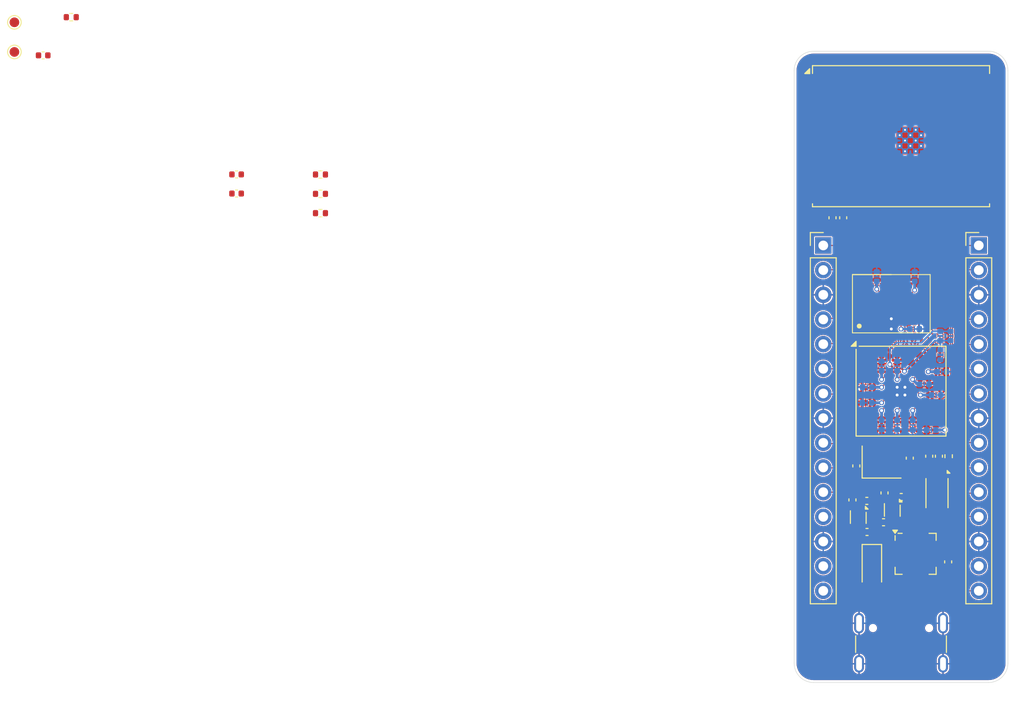
<source format=kicad_pcb>
(kicad_pcb (version 20240108) (generator "pcbnew") (generator_version "8.0")
  (layers (0 "F.Cu" signal) (1 "In1.Cu" signal) (2 "In2.Cu" signal) (31 "B.Cu" signal) (34 "B.Paste" user) (35 "F.Paste" user) (36 "B.SilkS" user "B.Silkscreen") (37 "F.SilkS" user "F.Silkscreen") (38 "B.Mask" user) (39 "F.Mask" user) (44 "Edge.Cuts" user))
  (net 0 "")
  (net 1 "GND")
  (net 2 "+3V3_FTDI")
  (net 3 "VBUS")
  (net 4 "/GPL0")
  (net 5 "/VPL0")
  (net 6 "/GPL1")
  (net 7 "/VPL1")
  (net 8 "VSYS")
  (net 9 "Net-(U3-BP)")
  (net 10 "+3V3")
  (net 11 "Net-(U4-BP)")
  (net 12 "+1V2")
  (net 14 "/USB_DM")
  (net 15 "Net-(J1-CC2)")
  (net 17 "Net-(J1-CC1)")
  (net 18 "/USB_DP")
  (net 19 "Net-(U2-~{RESET})")
  (net 22 "/RAM_DQ0")
  (net 28 "/RAM_DQ5")
  (net 29 "/FPGA_MOSI")
  (net 36 "/RAM_DQ7")
  (net 39 "/FLASH_D2")
  (net 40 "/FLASH_D1")
  (net 41 "/RAM_DQ6")
  (net 42 "/RAM_DQ3")
  (net 44 "/RAM_CK")
  (net 47 "/FPGA_MISO")
  (net 52 "/FLASH_D0")
  (net 53 "/RAM_CS")
  (net 56 "/FPGA_CS")
  (net 58 "/FPGA_CLK")
  (net 60 "/RAM_RESET")
  (net 62 "/RAM_DQ2")
  (net 67 "/FLASH_D3")
  (net 68 "/FLASH_CLK")
  (net 70 "/RAM_DQ4")
  (net 81 "/RAM_DQ1")
  (net 87 "/FLASH_CS")
  (net 95 "Net-(U7-EN)")
  (net 96 "Net-(U7-IO20{slash}RXD)")
  (net 97 "Net-(U7-IO21{slash}TXD)")
  (net 99 "/WIFI_SS")
  (net 103 "/WIFI_MOSI")
  (net 107 "/WIFI_SCK")
  (net 110 "/WIFI_MISO")
  (net 111 "/P2")
  (net 112 "/P4")
  (net 113 "/P0")
  (net 114 "/P11")
  (net 115 "/P10")
  (net 116 "/P9")
  (net 117 "/P7")
  (net 118 "/P1")
  (net 119 "/P3")
  (net 120 "/P8")
  (net 121 "/P6")
  (net 122 "/P5")
  (net 123 "/P15")
  (net 124 "/P14")
  (net 125 "/P16")
  (net 126 "/P19")
  (net 127 "/P13")
  (net 128 "/P18")
  (net 129 "/P12")
  (net 130 "/P20")
  (net 131 "/P17")
  (net 132 "Net-(U1C-IOB_61)")
  (net 133 "Net-(U1C-IOB_71)")
  (footprint "Resistor_SMD:R_0402_1005Metric" (layer "F.Cu") (at 115.9 81.7 -90)
    (property "Reference" "R4" (hide yes))
    (property "Value" "100")
  )
  (footprint "Capacitor_SMD:C_0402_1005Metric" (layer "F.Cu") (at 105.05 57.15 -90)
    (property "Reference" "C23" (hide yes))
    (property "Value" "10u")
  )
  (footprint "Capacitor_SMD:C_0402_1005Metric" (layer "F.Cu") (at 111.02 85.9)
    (property "Reference" "C13" (hide yes))
    (property "Value" "1u")
  )
  (footprint "Package_DFN_QFN:DFN-6_1.3x1.2mm_P0.4mm" (layer "F.Cu") (at 110.1 87.232 -90)
    (property "Reference" "U4" (hide yes))
    (property "Value" "LDK130PU12R_DFN6")
  )
  (footprint "Diode_SMD:D_SOD-123F" (layer "F.Cu") (at 108 93 -90)
    (property "Reference" "D1" (hide yes))
    (property "Value" "MBR120VLSFT1G")
  )
  (footprint "TestPoint:TestPoint_Pad_D1.0mm" (layer "F.Cu") (at 19.775 37.025)
    (property "Reference" "TP1" (hide yes))
    (property "Value" "RX")
  )
  (footprint "Crystal:Crystal_SMD_3225-4Pin_3.2x2.5mm" (layer "F.Cu") (at 109 82.3)
    (property "Reference" "Y1" (hide yes))
    (property "Value" "12MHz")
  )
  (footprint "Capacitor_SMD:C_0402_1005Metric" (layer "F.Cu") (at 109.2 88.5 180)
    (property "Reference" "C9" (hide yes))
    (property "Value" "1u")
  )
  (footprint "Capacitor_SMD:C_0402_1005Metric" (layer "F.Cu") (at 113.900002 81.699999 90)
    (property "Reference" "C7" (hide yes))
    (property "Value" "10u")
  )
  (footprint "Connector_PinHeader_2.54mm:PinHeader_1x15_P2.54mm_Vertical" (layer "F.Cu") (at 103 60)
    (property "Reference" "J3" (hide yes))
    (property "Value" "Conn_01x15")
  )
  (footprint "Connector_USB:USB_C_Receptacle_GCT_USB4105-xx-A_16P_TopMnt_Horizontal" (layer "F.Cu") (at 111 102)
    (property "Reference" "J1" (hide yes))
    (property "Value" "USB_C_Receptacle_USB2.0_16P")
  )
  (footprint "Resistor_SMD:R_0402_1005Metric" (layer "F.Cu") (at 25.625 36.495)
    (property "Reference" "R6" (hide yes))
    (property "Value" "10k")
  )
  (footprint "RF_Module:ESP32-C3-WROOM-02U" (layer "F.Cu") (at 111 49)
    (property "Reference" "U7" (hide yes))
    (property "Value" "ESP32-C3-WROOM-02U")
  )
  (footprint "Capacitor_SMD:C_0402_1005Metric" (layer "F.Cu") (at 106.4 82.7 90)
    (property "Reference" "C25" (hide yes))
    (property "Value" "15p")
  )
  (footprint "Capacitor_SMD:C_0402_1005Metric" (layer "F.Cu") (at 114.9 81.7 90)
    (property "Reference" "C4" (hide yes))
    (property "Value" "0.1u")
  )
  (footprint "Package_DFN_QFN:QFN-16-1EP_4x4mm_P0.65mm_EP2.1x2.1mm" (layer "F.Cu") (at 112.5 91.75)
    (property "Reference" "U2" (hide yes))
    (property "Value" "FT220XQ")
  )
  (footprint "TestPoint:TestPoint_Pad_D1.0mm" (layer "F.Cu") (at 19.775 40.075)
    (property "Reference" "TP2" (hide yes))
    (property "Value" "TX")
  )
  (footprint "Capacitor_SMD:C_0402_1005Metric" (layer "F.Cu") (at 106 86.2 90)
    (property "Reference" "C10" (hide yes))
    (property "Value" "10n")
  )
  (footprint "HyperRAM:W955K8MBYA" (layer "F.Cu") (at 110 66 90)
    (property "Reference" "U5" (hide yes))
    (property "Value" "W955K8MBYA")
  )
  (footprint "Capacitor_SMD:C_0402_1005Metric" (layer "F.Cu") (at 107.48 86.3)
    (property "Reference" "C11" (hide yes))
    (property "Value" "1u")
  )
  (footprint "Capacitor_SMD:C_0402_1005Metric" (layer "F.Cu") (at 42.635 52.685)
    (property "Reference" "C1" (hide yes))
    (property "Value" "0.1u")
  )
  (footprint "Resistor_SMD:R_0402_1005Metric" (layer "F.Cu") (at 51.265 56.675)
    (property "Reference" "R3" (hide yes))
    (property "Value" "2.2k")
  )
  (footprint "Package_BGA:BGA-121_9.0x9.0mm_Layout11x11_P0.8mm_Ball0.4mm_Pad0.35mm_NSMD" (layer "F.Cu") (at 111 75)
    (property "Reference" "U1" (hide yes))
    (property "Value" "ICE40HX8K-BG121")
  )
  (footprint "Package_SON:Winbond_USON-8-1EP_3x2mm_P0.5mm_EP0.2x1.6mm" (layer "F.Cu") (at 114.7 85.5 -90)
    (property "Reference" "U6" (hide yes))
    (property "Value" "W25Q32JVZP")
  )
  (footprint "Resistor_SMD:R_0402_1005Metric" (layer "F.Cu") (at 51.265 54.685)
    (property "Reference" "R2" (hide yes))
    (property "Value" "5.1k")
  )
  (footprint "Capacitor_SMD:C_0402_1005Metric" (layer "F.Cu") (at 42.635 54.655)
    (property "Reference" "C2" (hide yes))
    (property "Value" "0.1u")
  )
  (footprint "Capacitor_SMD:C_0402_1005Metric" (layer "F.Cu") (at 109.3 85.48 90)
    (property "Reference" "C12" (hide yes))
    (property "Value" "10n")
  )
  (footprint "Capacitor_SMD:C_0402_1005Metric" (layer "F.Cu") (at 107.5 89.5)
    (property "Reference" "C8" (hide yes))
    (property "Value" "1u")
  )
  (footprint "Capacitor_SMD:C_0402_1005Metric" (layer "F.Cu") (at 22.735 40.425)
    (property "Reference" "C24" (hide yes))
    (property "Value" "1u")
  )
  (footprint "Capacitor_SMD:C_0402_1005Metric" (layer "F.Cu") (at 103.95 57.15 -90)
    (property "Reference" "C22" (hide yes))
    (property "Value" "0.1u")
  )
  (footprint "Resistor_SMD:R_0402_1005Metric" (layer "F.Cu") (at 51.265 52.695)
    (property "Reference" "R1" (hide yes))
    (property "Value" "5.1k")
  )
  (footprint "Connector_PinHeader_2.54mm:PinHeader_1x15_P2.54mm_Vertical" (layer "F.Cu") (at 119 60)
    (property "Reference" "J2" (hide yes))
    (property "Value" "Conn_01x15")
  )
  (footprint "Package_DFN_QFN:DFN-6_1.3x1.2mm_P0.4mm" (layer "F.Cu") (at 106.6 87.968 -90)
    (property "Reference" "U3" (hide yes))
    (property "Value" "LDK130PU33R_DFN6")
  )
  (footprint "Capacitor_SMD:C_0402_1005Metric" (layer "F.Cu") (at 115.85 92.58 90)
    (property "Reference" "C3" (hide yes))
    (property "Value" "0.1u")
  )
  (footprint "Capacitor_SMD:C_0402_1005Metric" (layer "F.Cu") (at 111.9 81.9 -90)
    (property "Reference" "C26" (hide yes))
    (property "Value" "15p")
  )
  (footprint "Capacitor_SMD:C_0402_1005Metric" (layer "B.Cu") (at 114.1 79 180)
    (property "Reference" "C17" (hide yes))
    (property "Value" "0.1u")
  )
  (footprint "Capacitor_SMD:C_0402_1005Metric" (layer "B.Cu") (at 112.2 78.5 -90)
    (property "Reference" "C18" (hide yes))
    (property "Value" "0.1u")
  )
  (footprint "Capacitor_SMD:C_0402_1005Metric" (layer "B.Cu") (at 114.62 75.4)
    (property "Reference" "C32" (hide yes))
    (property "Value" "0.1u")
  )
  (footprint "Capacitor_SMD:C_0402_1005Metric" (layer "B.Cu") (at 112.4 63.2 90)
    (property "Reference" "C29" (hide yes))
    (property "Value" "0.1u")
  )
  (footprint "Capacitor_SMD:C_0402_1005Metric" (layer "B.Cu") (at 115.2 73)
    (property "Reference" "C31" (hide yes))
    (property "Value" "0.1u")
  )
  (footprint "Capacitor_SMD:C_0402_1005Metric" (layer "B.Cu") (at 112.4 68.6)
    (property "Reference" "C27" (hide yes))
    (property "Value" "0.1u")
  )
  (footprint "Capacitor_SMD:C_0402_1005Metric" (layer "B.Cu") (at 115.044975 69.319975 90)
    (property "Reference" "C6" (hide yes))
    (property "Value" "10u")
  )
  (footprint "Capacitor_SMD:C_0402_1005Metric" (layer "B.Cu") (at 107.5 76.2 180)
    (property "Reference" "C15" (hide yes))
    (property "Value" "0.1u")
  )
  (footprint "Capacitor_SMD:C_0402_1005Metric" (layer "B.Cu") (at 109 72.4 90)
    (property "Reference" "C21" (hide yes))
    (property "Value" "0.1u")
  )
  (footprint "Capacitor_SMD:C_0402_1005Metric" (layer "B.Cu") (at 110.6 78.48 -90)
    (property "Reference" "C16" (hide yes))
    (property "Value" "0.1u")
  )
  (footprint "Capacitor_SMD:C_0402_1005Metric" (layer "B.Cu") (at 116.079975 69.319973 90)
    (property "Reference" "C5" (hide yes))
    (property "Value" "0.1u")
  )
  (footprint "Capacitor_SMD:C_0402_1005Metric" (layer "B.Cu") (at 107.52 74.6 180)
    (property "Reference" "C14" (hide yes))
    (property "Value" "0.1u")
  )
  (footprint "Capacitor_SMD:C_0402_1005Metric" (layer "B.Cu") (at 113.4 74.3)
    (property "Reference" "C20" (hide yes))
    (property "Value" "0.1u")
  )
  (footprint "Capacitor_SMD:C_0402_1005Metric" (layer "B.Cu") (at 108.5 63.2 90)
    (property "Reference" "C28" (hide yes))
    (property "Value" "0.1u")
  )
  (footprint "Resistor_SMD:R_0402_1005Metric" (layer "B.Cu") (at 115.044975 71.254974 -90)
    (property "Reference" "R5" (hide yes))
    (property "Value" "100")
  )
  (footprint "Capacitor_SMD:C_0402_1005Metric" (layer "B.Cu") (at 110.6 72.4 90)
    (property "Reference" "C30" (hide yes))
    (property "Value" "0.1u")
  )
  (footprint "Capacitor_SMD:C_0402_1005Metric" (layer "B.Cu") (at 109 78.48 -90)
    (property "Reference" "C19" (hide yes))
    (property "Value" "0.1u")
  )
  (gr_arc (start 120 40) (mid 121.414214 40.585786) (end 122 42) (stroke (width 0.05)) (layer "Edge.Cuts"))
  (gr_line (start 102 105) (end 120 105) (stroke (width 0.05)) (layer "Edge.Cuts"))
  (gr_line (start 122 103) (end 122 42) (stroke (width 0.05)) (layer "Edge.Cuts"))
  (gr_line (start 120 40) (end 102 40) (stroke (width 0.05)) (layer "Edge.Cuts"))
  (gr_arc (start 102 105) (mid 100.585786 104.414214) (end 100 103) (stroke (width 0.05)) (layer "Edge.Cuts"))
  (gr_arc (start 100 42) (mid 100.585786 40.585786) (end 102 40) (stroke (width 0.05)) (layer "Edge.Cuts"))
  (gr_arc (start 122 103) (mid 121.414214 104.414214) (end 120 105) (stroke (width 0.05)) (layer "Edge.Cuts"))
  (gr_line (start 100 42) (end 100 103) (stroke (width 0.05)) (layer "Edge.Cuts"))
  (segment (start 111 75) (end 111.4 75.4) (width 0.1) (layer "F.Cu") (net 1))
  (segment (start 110 68.000001) (end 110 68.6) (width 0.1) (layer "F.Cu") (net 1))
  (segment (start 110.2 74.2) (end 110.6 74.6) (width 0.1) (layer "F.Cu") (net 1))
  (segment (start 111 75) (end 111.4 74.6) (width 0.1) (layer "F.Cu") (net 1))
  (segment (start 111.4 75.4) (end 111.8 75.8) (width 0.1) (layer "F.Cu") (net 1))
  (segment (start 111 74.2) (end 111.4 74.6) (width 0.1) (layer "F.Cu") (net 1))
  (segment (start 111.8 75) (end 111.4 74.6) (width 0.1) (layer "F.Cu") (net 1))
  (segment (start 111 75) (end 110.6 74.6) (width 0.1) (layer "F.Cu") (net 1))
  (segment (start 110 68.000001) (end 110 67.550003) (width 0.1) (layer "F.Cu") (net 1))
  (segment (start 110.2 75.8) (end 110.6 75.4) (width 0.1) (layer "F.Cu") (net 1))
  (segment (start 111 75) (end 110.6 75.4) (width 0.1) (layer "F.Cu") (net 1))
  (segment (start 110.2 75) (end 110.6 75.4) (width 0.1) (layer "F.Cu") (net 1))
  (segment (start 110.2 75) (end 110.6 74.6) (width 0.1) (layer "F.Cu") (net 1))
  (segment (start 111 75.8) (end 110.6 75.4) (width 0.1) (layer "F.Cu") (net 1))
  (via (at 110.6 74.6) (size 0.5) (drill 0.3) (layers "F.Cu" "B.Cu") (net 1))
  (via (at 110 68.6) (size 0.5) (drill 0.3) (layers "F.Cu" "B.Cu") (net 1))
  (via (at 111.4 74.6) (size 0.5) (drill 0.3) (layers "F.Cu" "B.Cu") (net 1))
  (via (at 110 67.550003) (size 0.5) (drill 0.3) (layers "F.Cu" "B.Cu") (net 1))
  (via (at 110.6 75.4) (size 0.5) (drill 0.3) (layers "F.Cu" "B.Cu") (net 1))
  (via (at 111.4 75.4) (size 0.5) (drill 0.3) (layers "F.Cu" "B.Cu") (net 1))
  (segment (start 114.45 92.075) (end 115.825 92.075) (width 0.2) (layer "F.Cu") (net 3))
  (segment (start 115.825 92.075) (end 115.85 92.1) (width 0.2) (layer "F.Cu") (net 3))
  (segment (start 112.972513 81.22) (end 114.9 81.22) (width 0.2) (layer "F.Cu") (net 4))
  (segment (start 111 79) (end 111 79.247487) (width 0.2) (layer "F.Cu") (net 4))
  (segment (start 111 79.247487) (end 112.972513 81.22) (width 0.2) (layer "F.Cu") (net 4))
  (segment (start 113.48 82.18) (end 114.9 82.18) (width 0.2) (layer "F.Cu") (net 5))
  (segment (start 115.9 81.190001) (end 115.889999 81.190001) (width 0.2) (layer "F.Cu") (net 5))
  (segment (start 111 77.4) (end 110.625 77.775) (width 0.2) (layer "F.Cu") (net 5))
  (segment (start 110.625 79.325) (end 113.48 82.18) (width 0.2) (layer "F.Cu") (net 5))
  (segment (start 110.625 77.775) (end 110.625 79.325) (width 0.2) (layer "F.Cu") (net 5))
  (segment (start 115.889999 81.190001) (end 114.9 82.18) (width 0.2) (layer "F.Cu") (net 5))
  (segment (start 110.2 72.6) (end 109.85 72.25) (width 0.2) (layer "F.Cu") (net 6))
  (via (at 109.85 72.25) (size 0.5) (drill 0.3) (layers "F.Cu" "B.Cu") (net 6))
  (segment (start 114.260025 68.839975) (end 115.044975 68.839975) (width 0.2) (layer "B.Cu") (net 6))
  (segment (start 115.044975 68.839975) (end 116.079973 68.839975) (width 0.2) (layer "B.Cu") (net 6))
  (segment (start 116.079973 68.839975) (end 116.079975 68.839973) (width 0.2) (layer "B.Cu") (net 6))
  (segment (start 109.85 72.25) (end 109.85 70.7) (width 0.2) (layer "B.Cu") (net 6))
  (segment (start 109.85 70.7) (end 110.55 70) (width 0.2) (layer "B.Cu") (net 6))
  (segment (start 113.1 70) (end 114.260025 68.839975) (width 0.2) (layer "B.Cu") (net 6))
  (segment (start 110.55 70) (end 113.1 70) (width 0.2) (layer "B.Cu") (net 6))
  (segment (start 111 72.6) (end 111.35 72.95) (width 0.2) (layer "F.Cu") (net 7))
  (via (at 111.35 72.95) (size 0.5) (drill 0.3) (layers "F.Cu" "B.Cu") (net 7))
  (segment (start 111.35 72.95) (end 114.500027 69.799973) (width 0.2) (layer "B.Cu") (net 7))
  (segment (start 115.044975 70.744975) (end 115.044975 69.799975) (width 0.2) (layer "B.Cu") (net 7))
  (segment (start 114.500027 69.799973) (end 116.079975 69.799973) (width 0.2) (layer "B.Cu") (net 7))
  (segment (start 112.6 75) (end 113 75.4) (width 0.1) (layer "F.Cu") (net 10))
  (segment (start 109.4 74.2) (end 109 74.6) (width 0.1) (layer "F.Cu") (net 10))
  (segment (start 109 65) (end 108.5 64.5) (width 0.1) (layer "F.Cu") (net 10))
  (segment (start 111 76.6) (end 110.6 77) (width 0.1) (layer "F.Cu") (net 10))
  (segment (start 103.95 56.67) (end 105.05 56.67) (width 0.2) (layer "F.Cu") (net 10))
  (segment (start 112 65) (end 112.4 64.6) (width 0.1) (layer "F.Cu") (net 10))
  (segment (start 109.4 75.8) (end 109 76.2) (width 0.1) (layer "F.Cu") (net 10))
  (segment (start 111 73.4) (end 110.6 73.8) (width 0.1) (layer "F.Cu") (net 10))
  (segment (start 103.95 43.65) (end 103.3 43) (width 0.2) (layer "F.Cu") (net 10))
  (segment (start 103.95 56.67) (end 103.95 43.65) (width 0.2) (layer "F.Cu") (net 10))
  (segment (start 111 68) (end 111 68.6) (width 0.1) (layer "F.Cu") (net 10))
  (segment (start 114.2 72.6) (end 113.8 73) (width 0.1) (layer "F.Cu") (net 10))
  (segment (start 115 79) (end 115.5 79) (width 0.1) (layer "F.Cu") (net 10))
  (segment (start 103.3 43) (end 102.25 43) (width 0.2) (layer "F.Cu") (net 10))
  (via (at 113.8 73) (size 0.5) (drill 0.3) (layers "F.Cu" "B.Cu") (net 10))
  (via (at 111 68.6) (size 0.5) (drill 0.3) (layers "F.Cu" "B.Cu") (net 10))
  (via (at 109 74.6) (size 0.5) (drill 0.3) (layers "F.Cu" "B.Cu") (net 10))
  (via (at 110.6 73.8) (size 0.5) (drill 0.3) (layers "F.Cu" "B.Cu") (net 10))
  (via (at 112.4 64.6) (size 0.5) (drill 0.3) (layers "F.Cu" "B.Cu") (net 10))
  (via (at 109 76.2) (size 0.5) (drill 0.3) (layers "F.Cu" "B.Cu") (net 10))
  (via (at 110.6 77) (size 0.5) (drill 0.3) (layers "F.Cu" "B.Cu") (net 10))
  (via (at 113 75.4) (size 0.5) (drill 0.3) (layers "F.Cu" "B.Cu") (net 10))
  (via (at 115.5 79) (size 0.5) (drill 0.3) (layers "F.Cu" "B.Cu") (net 10))
  (via (at 108.5 64.5) (size 0.5) (drill 0.3) (layers "F.Cu" "B.Cu") (net 10))
  (segment (start 113 75.4) (end 114.14 75.4) (width 0.3) (layer "B.Cu") (net 10))
  (segment (start 112.4 64.6) (end 112.4 63.68) (width 0.3) (layer "B.Cu") (net 10))
  (segment (start 114.58 79) (end 115.5 79) (width 0.3) (layer "B.Cu") (net 10))
  (segment (start 107.98 76.2) (end 109 76.2) (width 0.3) (layer "B.Cu") (net 10))
  (segment (start 113.8 73) (end 114.72 73) (width 0.3) (layer "B.Cu") (net 10))
  (segment (start 111 68.6) (end 111.92 68.6) (width 0.3) (layer "B.Cu") (net 10))
  (segment (start 108 74.6) (end 109 74.6) (width 0.3) (layer "B.Cu") (net 10))
  (segment (start 108.5 63.68) (end 108.5 64.5) (width 0.3) (layer "B.Cu") (net 10))
  (segment (start 110.6 73.8) (end 110.6 72.88) (width 0.3) (layer "B.Cu") (net 10))
  (segment (start 110.6 78) (end 110.6 77) (width 0.3) (layer "B.Cu") (net 10))
  (segment (start 112.6 73.4) (end 112.2 73.8) (width 0.1) (layer "F.Cu") (net 12))
  (segment (start 112.6 76.6) (end 112.2 77) (width 0.1) (layer "F.Cu") (net 12))
  (segment (start 109.4 76.6) (end 109 77) (width 0.1) (layer "F.Cu") (net 12))
  (segment (start 109.4 73.4) (end 109 73.8) (width 0.1) (layer "F.Cu") (net 12))
  (via (at 109 77) (size 0.5) (drill 0.3) (layers "F.Cu" "B.Cu") (net 12))
  (via (at 109 73.8) (size 0.5) (drill 0.3) (layers "F.Cu" "B.Cu") (net 12))
  (via (at 112.2 73.8) (size 0.5) (drill 0.3) (layers "F.Cu" "B.Cu") (net 12))
  (via (at 112.2 77) (size 0.5) (drill 0.3) (layers "F.Cu" "B.Cu") (net 12))
  (segment (start 112.92 74.3) (end 112.7 74.3) (width 0.3) (layer "B.Cu") (net 12))
  (segment (start 112.7 74.3) (end 112.2 73.8) (width 0.3) (layer "B.Cu") (net 12))
  (segment (start 112.2 77) (end 112.2 78.02) (width 0.3) (layer "B.Cu") (net 12))
  (segment (start 109 77) (end 109 78) (width 0.3) (layer "B.Cu") (net 12))
  (segment (start 109 72.88) (end 109 73.8) (width 0.3) (layer "B.Cu") (net 12))
  (segment (start 111.28 67.52) (end 111.4 67.52) (width 0.1) (layer "F.Cu") (net 22))
  (segment (start 111.4 66.286862) (end 111.60506 66.081801) (width 0.1) (layer "F.Cu") (net 22))
  (segment (start 111.57 67.72) (end 111.48 67.72) (width 0.1) (layer "F.Cu") (net 22))
  (segment (start 111.82 67.32) (end 111.48 67.32) (width 0.1) (layer "F.Cu") (net 22))
  (segment (start 112.02486 70.294567) (end 112.053145 70.266283) (width 0.1) (layer "F.Cu") (net 22))
  (segment (start 112.053144 70.153145) (end 112.024863 70.124863) (width 0.1) (layer "F.Cu") (net 22))
  (segment (start 111.727877 69.71474) (end 111.826872 69.615745) (width 0.1) (layer "F.Cu") (net 22))
  (segment (start 111.826872 69.502608) (end 111.798587 69.474323) (width 0.1) (layer "F.Cu") (net 22))
  (segment (start 111.68545 69.474323) (end 111.586455 69.573317) (width 0.1) (layer "F.Cu") (net 22))
  (segment (start 111.473317 69.573317) (end 111.445034 69.545034) (width 0.1) (layer "F.Cu") (net 22))
  (segment (start 111.4 66.55) (end 111.4 66.4) (width 0.1) (layer "F.Cu") (net 22))
  (segment (start 112.6 71) (end 112.6 70.7) (width 0.1) (layer "F.Cu") (net 22))
  (segment (start 111.57 66.92) (end 111.48 66.92) (width 0.1) (layer "F.Cu") (net 22))
  (segment (start 111.4 67.24) (end 111.4 67.2) (width 0.1) (layer "F.Cu") (net 22))
  (segment (start 111.48 67.12) (end 111.57 67.12) (width 0.1) (layer "F.Cu") (net 22))
  (segment (start 111.635953 69.806664) (end 111.671309 69.771309) (width 0.1) (layer "F.Cu") (net 22))
  (segment (start 111.48 67.72) (end 111.4 67.72) (width 0.1) (layer "F.Cu") (net 22))
  (segment (start 111.117157 66.117157) (end 111 66) (width 0.1) (layer "F.Cu") (net 22))
  (segment (start 111.9 67.44) (end 111.9 67.4) (width 0.1) (layer "F.Cu") (net 22))
  (segment (start 111.445034 69.545034) (end 111.4 69.5) (width 0.1) (layer "F.Cu") (net 22))
  (segment (start 111.145439 66.145438) (end 111.117157 66.117157) (width 0.1) (layer "F.Cu") (net 22))
  (segment (start 111.463638 65.940378) (end 111.258577 66.145438) (width 0.1) (layer "F.Cu") (net 22))
  (segment (start 111.4 69.5) (end 111.4 68) (width 0.1) (layer "F.Cu") (net 22))
  (segment (start 111.48 67.52) (end 111.82 67.52) (width 0.1) (layer "F.Cu") (net 22))
  (segment (start 111.4 67.72) (end 111.28 67.72) (width 0.1) (layer "F.Cu") (net 22))
  (segment (start 111.2 67.64) (end 111.2 67.6) (width 0.1) (layer "F.Cu") (net 22))
  (segment (start 111.671309 69.771309) (end 111.727877 69.71474) (width 0.1) (layer "F.Cu") (net 22))
  (segment (start 111.60506 65.968663) (end 111.576775 65.940378) (width 0.1) (layer "F.Cu") (net 22))
  (segment (start 111.48 67.92) (end 111.57 67.92) (width 0.1) (layer "F.Cu") (net 22))
  (segment (start 111.4 67.52) (end 111.48 67.52) (width 0.1) (layer "F.Cu") (net 22))
  (segment (start 112.024863 70.124863) (end 111.848087 69.948087) (width 0.1) (layer "F.Cu") (net 22))
  (segment (start 111.65 67.84) (end 111.65 67.8) (width 0.1) (layer "F.Cu") (net 22))
  (segment (start 112.194568 70.407706) (end 112.166282 70.435989) (width 0.1) (layer "F.Cu") (net 22))
  (segment (start 112.6 70.7) (end 112.307706 70.407706) (width 0.1) (layer "F.Cu") (net 22))
  (segment (start 111.706665 69.948087) (end 111.635954 69.877376) (width 0.1) (layer "F.Cu") (net 22))
  (segment (start 112.053146 70.43599) (end 112.024861 70.407705) (width 0.1) (layer "F.Cu") (net 22))
  (segment (start 111.4 66.8) (end 111.4 66.55) (width 0.1) (layer "F.Cu") (net 22))
  (segment (start 111.65 67.04) (end 111.65 67) (width 0.1) (layer "F.Cu") (net 22))
  (segment (start 111.4 66.84) (end 111.4 66.8) (width 0.1) (layer "F.Cu") (net 22))
  (arc (start 112.307706 70.407706) (mid 112.251136 70.384273) (end 112.194568 70.407706) (width 0.1) (layer "F.Cu") (net 22))
  (arc (start 111.777375 69.948086) (mid 111.74202 69.962732) (end 111.706665 69.948087) (width 0.1) (layer "F.Cu") (net 22))
  (arc (start 111.848087 69.948087) (mid 111.812732 69.933442) (end 111.777375 69.948086) (width 0.1) (layer "F.Cu") (net 22))
  (arc (start 111.82 67.52) (mid 111.876569 67.496569) (end 111.9 67.44) (width 0.1) (layer "F.Cu") (net 22))
  (arc (start 112.166282 70.435989) (mid 112.109714 70.459422) (end 112.053146 70.43599) (width 0.1) (layer "F.Cu") (net 22))
  (arc (start 112.053145 70.266283) (mid 112.076576 70.209713) (end 112.053144 70.153145) (width 0.1) (layer "F.Cu") (net 22))
  (arc (start 111.826872 69.615745) (mid 111.850304 69.559176) (end 111.826872 69.502608) (width 0.1) (layer "F.Cu") (net 22))
  (arc (start 111.2 67.6) (mid 111.223431 67.543431) (end 111.28 67.52) (width 0.1) (layer "F.Cu") (net 22))
  (arc (start 111.65 67) (mid 111.626569 66.943431) (end 111.57 66.92) (width 0.1) (layer "F.Cu") (net 22))
  (arc (start 111.258577 66.145438) (mid 111.202008 66.16887) (end 111.145439 66.145438) (width 0.1) (layer "F.Cu") (net 22))
  (arc (start 111.28 67.72) (mid 111.223431 67.696569) (end 111.2 67.64) (width 0.1) (layer "F.Cu") (net 22))
  (arc (start 111.798587 69.474323) (mid 111.742019 69.450891) (end 111.68545 69.474323) (width 0.1) (layer "F.Cu") (net 22))
  (arc (start 111.576775 65.940378) (mid 111.520207 65.916946) (end 111.463638 65.940378) (width 0.1) (layer "F.Cu") (net 22))
  (arc (start 111.4 67.2) (mid 111.423431 67.143431) (end 111.48 67.12) (width 0.1) (layer "F.Cu") (net 22))
  (arc (start 111.57 67.12) (mid 111.626569 67.096569) (end 111.65 67.04) (width 0.1) (layer "F.Cu") (net 22))
  (arc (start 111.48 67.32) (mid 111.423431 67.296569) (end 111.4 67.24) (width 0.1) (layer "F.Cu") (net 22))
  (arc (start 111.57 67.92) (mid 111.626569 67.896569) (end 111.65 67.84) (width 0.1) (layer "F.Cu") (net 22))
  (arc (start 111.60506 66.081801) (mid 111.628492 66.025232) (end 111.60506 65.968663) (width 0.1) (layer "F.Cu") (net 22))
  (arc (start 112.024861 70.407705) (mid 112.001429 70.351137) (end 112.02486 70.294567) (width 0.1) (layer "F.Cu") (net 22))
  (arc (start 111.65 67.8) (mid 111.626569 67.743431) (end 111.57 67.72) (width 0.1) (layer "F.Cu") (net 22))
  (arc (start 111.9 67.4) (mid 111.876569 67.343431) (end 111.82 67.32) (width 0.1) (layer "F.Cu") (net 22))
  (arc (start 111.48 66.92) (mid 111.423431 66.896569) (end 111.4 66.84) (width 0.1) (layer "F.Cu") (net 22))
  (arc (start 111.635954 69.877376) (mid 111.621309 69.842021) (end 111.635953 69.806664) (width 0.1) (layer "F.Cu") (net 22))
  (arc (start 111.4 68) (mid 111.423431 67.943431) (end 111.48 67.92) (width 0.1) (layer "F.Cu") (net 22))
  (arc (start 111.586455 69.573317) (mid 111.529886 69.596749) (end 111.473317 69.573317) (width 0.1) (layer "F.Cu") (net 22))
  (arc (start 111.4 66.4) (mid 111.376568 66.343431) (end 111.4 66.286862) (width 0.1) (layer "F.Cu") (net 22))
  (segment (start 113.495422 68.495422) (end 113.4 68.4) (width 0.1) (layer "F.Cu") (net 28))
  (segment (start 114.34 69.1) (end 114.3 69.1) (width 0.1) (layer "F.Cu") (net 28))
  (segment (start 113.456532 69.16364) (end 113.428247 69.135355) (width 0.1) (layer "F.Cu") (net 28))
  (segment (start 114.3 69.1) (end 114.1 69.1) (width 0.1) (layer "F.Cu") (net 28))
  (segment (start 113.4 67.399999) (end 112.000001 66) (width 0.1) (layer "F.Cu") (net 28))
  (segment (start 113.778265 68.566132) (end 113.742909 68.530776) (width 0.1) (layer "F.Cu") (net 28))
  (segment (start 114.1 69.1) (end 113.923224 68.923224) (width 0.1) (layer "F.Cu") (net 28))
  (segment (start 115 69.604942) (end 115 69.504942) (width 0.1) (layer "F.Cu") (net 28))
  (segment (start 114.54 69.55) (end 114.5 69.55) (width 0.1) (layer "F.Cu") (net 28))
  (segment (start 113.668663 68.781801) (end 113.725232 68.725232) (width 0.1) (layer "F.Cu") (net 28))
  (segment (start 115 69.504942) (end 115 69.4) (width 0.1) (layer "F.Cu") (net 28))
  (segment (start 115.1 69.804942) (end 115.1 69.704942) (width 0.1) (layer "F.Cu") (net 28))
  (segment (start 115 69.4) (end 114.823224 69.223224) (width 0.1) (layer "F.Cu") (net 28))
  (segment (start 114.5 69.974942) (end 114.5 69.934942) (width 0.1) (layer "F.Cu") (net 28))
  (segment (start 114.92 70.054942) (end 114.58 70.054942) (width 0.1) (layer "F.Cu") (net 28))
  (segment (start 113.4 67.932706) (end 113.4 67.399999) (width 0.1) (layer "F.Cu") (net 28))
  (segment (start 114.42 69.47) (end 114.42 69.18) (width 0.1) (layer "F.Cu") (net 28))
  (segment (start 115 69.854942) (end 115.05 69.854942) (width 0.1) (layer "F.Cu") (net 28))
  (segment (start 113.530776 68.530776) (end 113.495422 68.495422) (width 0.1) (layer "F.Cu") (net 28))
  (segment (start 114.58 69.854942) (end 114.92 69.854942) (width 0.1) (layer "F.Cu") (net 28))
  (segment (start 113.725232 68.725232) (end 113.778265 68.672198) (width 0.1) (layer "F.Cu") (net 28))
  (segment (start 114.92 69.854942) (end 115 69.854942) (width 0.1) (layer "F.Cu") (net 28))
  (segment (start 113.4 68.4) (end 113.4 67.932706) (width 0.1) (layer "F.Cu") (net 28))
  (segment (start 114.62 69.18) (end 114.62 69.47) (width 0.1) (layer "F.Cu") (net 28))
  (segment (start 115 71) (end 115 70.134942) (width 0.1) (layer "F.Cu") (net 28))
  (segment (start 113.428246 69.022217) (end 113.668663 68.781801) (width 0.1) (layer "F.Cu") (net 28))
  (segment (start 113.810086 68.923224) (end 113.569668 69.163639) (width 0.1) (layer "F.Cu") (net 28))
  (segment (start 114.823224 69.223224) (end 114.7 69.1) (width 0.1) (layer "F.Cu") (net 28))
  (arc (start 113.428247 69.135355) (mid 113.404815 69.078787) (end 113.428246 69.022217) (width 0.1) (layer "F.Cu") (net 28))
  (arc (start 115 70.134942) (mid 114.976569 70.078373) (end 114.92 70.054942) (width 0.1) (layer "F.Cu") (net 28))
  (arc (start 114.42 69.18) (mid 114.396569 69.123431) (end 114.34 69.1) (width 0.1) (layer "F.Cu") (net 28))
  (arc (start 114.7 69.1) (mid 114.643431 69.123431) (end 114.62 69.18) (width 0.1) (layer "F.Cu") (net 28))
  (arc (start 114.5 69.934942) (mid 114.523431 69.878373) (end 114.58 69.854942) (width 0.1) (layer "F.Cu") (net 28))
  (arc (start 114.58 70.054942) (mid 114.523431 70.031511) (end 114.5 69.974942) (width 0.1) (layer "F.Cu") (net 28))
  (arc (start 113.569668 69.163639) (mid 113.5131 69.187072) (end 113.456532 69.16364) (width 0.1) (layer "F.Cu") (net 28))
  (arc (start 115.1 69.704942) (mid 115.085355 69.669587) (end 115.05 69.654942) (width 0.1) (layer "F.Cu") (net 28))
  (arc (start 113.923224 68.923224) (mid 113.866654 68.899791) (end 113.810086 68.923224) (width 0.1) (layer "F.Cu") (net 28))
  (arc (start 113.778265 68.672198) (mid 113.800232 68.619165) (end 113.778265 68.566132) (width 0.1) (layer "F.Cu") (net 28))
  (arc (start 115.05 69.854942) (mid 115.085355 69.840297) (end 115.1 69.804942) (width 0.1) (layer "F.Cu") (net 28))
  (arc (start 113.636843 68.530776) (mid 113.583809 68.552743) (end 113.530776 68.530776) (width 0.1) (layer "F.Cu") (net 28))
  (arc (start 114.5 69.55) (mid 114.443431 69.526569) (end 114.42 69.47) (width 0.1) (layer "F.Cu") (net 28))
  (arc (start 113.742909 68.530776) (mid 113.689876 68.508809) (end 113.636843 68.530776) (width 0.1) (layer "F.Cu") (net 28))
  (arc (start 114.62 69.47) (mid 114.596569 69.526569) (end 114.54 69.55) (width 0.1) (layer "F.Cu") (net 28))
  (arc (start 115.05 69.654942) (mid 115.014645 69.640297) (end 115 69.604942) (width 0.1) (layer "F.Cu") (net 28))
  (segment (start 113.022925 70.322926) (end 112.994644 70.294644) (width 0.1) (layer "F.Cu") (net 36))
  (segment (start 112.598663 70.011801) (end 112.485524 70.124937) (width 0.1) (layer "F.Cu") (net 36))
  (segment (start 111.71 68.62) (end 112 68.62) (width 0.1) (layer "F.Cu") (net 36))
  (segment (start 112.29 68.82) (end 112 68.82) (width 0.1) (layer "F.Cu") (net 36))
  (segment (start 112.718869 69.49561) (end 112.690584 69.467325) (width 0.1) (layer "F.Cu") (net 36))
  (segment (start 112 69.02) (end 112.29 69.02) (width 0.1) (layer "F.Cu") (net 36))
  (segment (start 112.881506 70.294644) (end 112.768367 70.40778) (width 0.1) (layer "F.Cu") (net 36))
  (segment (start 112.874433 70.584556) (end 113.022926 70.436064) (width 0.1) (layer "F.Cu") (net 36))
  (segment (start 112.626945 70.266358) (end 112.740083 70.153221) (width 0.1) (layer "F.Cu") (net 36))
  (segment (start 111.92 68.42) (end 111.71 68.42) (width 0.1) (layer "F.Cu") (net 36))
  (segment (start 112 68.14) (end 112 68.1) (width 0.1) (layer "F.Cu") (net 36))
  (segment (start 111.63 68.34) (end 111.63 68.3) (width 0.1) (layer "F.Cu") (net 36))
  (segment (start 112.315815 69.728952) (end 112.202678 69.842089) (width 0.1) (layer "F.Cu") (net 36))
  (segment (start 112.29 68.42) (end 112 68.42) (width 0.1) (layer "F.Cu") (net 36))
  (segment (start 112.372386 69.672385) (end 112.372385 69.672385) (width 0.1) (layer "F.Cu") (net 36))
  (segment (start 111.63 68.74) (end 111.63 68.7) (width 0.1) (layer "F.Cu") (net 36))
  (segment (start 112.061256 69.700667) (end 112.174394 69.58753) (width 0.1) (layer "F.Cu") (net 36))
  (segment (start 113.4 70.7) (end 113.277487 70.577487) (width 0.1) (layer "F.Cu") (net 36))
  (segment (start 112.45724 69.870378) (end 112.513809 69.813809) (width 0.1) (layer "F.Cu") (net 36))
  (segment (start 111.71 68.22) (end 111.92 68.22) (width 0.1) (layer "F.Cu") (net 36))
  (segment (start 112.740082 70.040083) (end 112.711801 70.011801) (width 0.1) (layer "F.Cu") (net 36))
  (segment (start 112.655231 70.407781) (end 112.626946 70.379496) (width 0.1) (layer "F.Cu") (net 36))
  (segment (start 112 68.82) (end 111.71 68.82) (width 0.1) (layer "F.Cu") (net 36))
  (segment (start 111.71 69.02) (end 111.92 69.02) (width 0.1) (layer "F.Cu") (net 36))
  (segment (start 112.513809 69.813809) (end 112.718869 69.608748) (width 0.1) (layer "F.Cu") (net 36))
  (segment (start 112.37 68.94) (end 112.37 68.9) (width 0.1) (layer "F.Cu") (net 36))
  (segment (start 112.14611 69.44611) (end 112 69.3) (width 0.1) (layer "F.Cu") (net 36))
  (segment (start 112.089542 69.84209) (end 112.061257 69.813805) (width 0.1) (layer "F.Cu") (net 36))
  (segment (start 113.164349 70.577487) (end 113.015855 70.725978) (width 0.1) (layer "F.Cu") (net 36))
  (segment (start 112.902719 70.725979) (end 112.874434 70.697694) (width 0.1) (layer "F.Cu") (net 36))
  (segment (start 111.92 69.02) (end 112 69.02) (width 0.1) (layer "F.Cu") (net 36))
  (segment (start 112 68.1) (end 112 68) (width 0.1) (layer "F.Cu") (net 36))
  (segment (start 112.372388 70.124938) (end 112.344103 70.096653) (width 0.1) (layer "F.Cu") (net 36))
  (segment (start 112.174393 69.474392) (end 112.14611 69.44611) (width 0.1) (layer "F.Cu") (net 36))
  (segment (start 112 68.62) (end 112.29 68.62) (width 0.1) (layer "F.Cu") (net 36))
  (segment (start 112.577447 69.467325) (end 112.372386 69.672385) (width 0.1) (layer "F.Cu") (net 36))
  (segment (start 111.63 69.14) (end 111.63 69.1) (width 0.1) (layer "F.Cu") (net 36))
  (segment (start 113.4 71) (end 113.4 70.7) (width 0.1) (layer "F.Cu") (net 36))
  (segment (start 112.372385 69.672385) (end 112.315815 69.728952) (width 0.1) (layer "F.Cu") (net 36))
  (segment (start 112.344102 69.983515) (end 112.45724 69.870378) (width 0.1) (layer "F.Cu") (net 36))
  (segment (start 112 68.42) (end 111.92 68.42) (width 0.1) (layer "F.Cu") (net 36))
  (segment (start 112.37 68.54) (end 112.37 68.5) (width 0.1) (layer "F.Cu") (net 36))
  (segment (start 111.92 69.22) (end 111.71 69.22) (width 0.1) (layer "F.Cu") (net 36))
  (arc (start 111.71 68.42) (mid 111.653431 68.396569) (end 111.63 68.34) (width 0.1) (layer "F.Cu") (net 36))
  (arc (start 112.994644 70.294644) (mid 112.938074 70.271211) (end 112.881506 70.294644) (width 0.1) (layer "F.Cu") (net 36))
  (arc (start 112.202678 69.842089) (mid 112.14611 69.865522) (end 112.089542 69.84209) (width 0.1) (layer "F.Cu") (net 36))
  (arc (start 112.690584 69.467325) (mid 112.634016 69.443893) (end 112.577447 69.467325) (width 0.1) (layer "F.Cu") (net 36))
  (arc (start 112.061257 69.813805) (mid 112.037825 69.757237) (end 112.061256 69.700667) (width 0.1) (layer "F.Cu") (net 36))
  (arc (start 113.277487 70.577487) (mid 113.220917 70.554054) (end 113.164349 70.577487) (width 0.1) (layer "F.Cu") (net 36))
  (arc (start 112.711801 70.011801) (mid 112.655231 69.988368) (end 112.598663 70.011801) (width 0.1) (layer "F.Cu") (net 36))
  (arc (start 112.344103 70.096653) (mid 112.320671 70.040085) (end 112.344102 69.983515) (width 0.1) (layer "F.Cu") (net 36))
  (arc (start 112.29 68.62) (mid 112.346569 68.596569) (end 112.37 68.54) (width 0.1) (layer "F.Cu") (net 36))
  (arc (start 113.015855 70.725978) (mid 112.959287 70.749411) (end 112.902719 70.725979) (width 0.1) (layer "F.Cu") (net 36))
  (arc (start 111.63 68.7) (mid 111.653431 68.643431) (end 111.71 68.62) (width 0.1) (layer "F.Cu") (net 36))
  (arc (start 113.022926 70.436064) (mid 113.046357 70.379494) (end 113.022925 70.322926) (width 0.1) (layer "F.Cu") (net 36))
  (arc (start 112.485524 70.124937) (mid 112.428956 70.14837) (end 112.372388 70.124938) (width 0.1) (layer "F.Cu") (net 36))
  (arc (start 112.874434 70.697694) (mid 112.851002 70.641126) (end 112.874433 70.584556) (width 0.1) (layer "F.Cu") (net 36))
  (arc (start 111.71 69.22) (mid 111.653431 69.196569) (end 111.63 69.14) (width 0.1) (layer "F.Cu") (net 36))
  (arc (start 111.92 68.22) (mid 111.976569 68.196569) (end 112 68.14) (width 0.1) (layer "F.Cu") (net 36))
  (arc (start 112.174394 69.58753) (mid 112.197825 69.53096) (end 112.174393 69.474392) (width 0.1) (layer "F.Cu") (net 36))
  (arc (start 112.37 68.5) (mid 112.346569 68.443431) (end 112.29 68.42) (width 0.1) (layer "F.Cu") (net 36))
  (arc (start 112.37 68.9) (mid 112.346569 68.843431) (end 112.29 68.82) (width 0.1) (layer "F.Cu") (net 36))
  (arc (start 111.63 68.3) (mid 111.653431 68.243431) (end 111.71 68.22) (width 0.1) (layer "F.Cu") (net 36))
  (arc (start 112.718869 69.608748) (mid 112.742301 69.552179) (end 112.718869 69.49561) (width 0.1) (layer "F.Cu") (net 36))
  (arc (start 112.768367 70.40778) (mid 112.711799 70.431213) (end 112.655231 70.407781) (width 0.1) (layer "F.Cu") (net 36))
  (arc (start 112.626946 70.379496) (mid 112.603514 70.322928) (end 112.626945 70.266358) (width 0.1) (layer "F.Cu") (net 36))
  (arc (start 112.29 69.02) (mid 112.346569 68.996569) (end 112.37 68.94) (width 0.1) (layer "F.Cu") (net 36))
  (arc (start 112 69.3) (mid 111.976569 69.243431) (end 111.92 69.22) (width 0.1) (layer "F.Cu") (net 36))
  (arc (start 111.71 68.82) (mid 111.653431 68.796569) (end 111.63 68.74) (width 0.1) (layer "F.Cu") (net 36))
  (arc (start 112.740083 70.153221) (mid 112.763514 70.096651) (end 112.740082 70.040083) (width 0.1) (layer "F.Cu") (net 36))
  (arc (start 111.63 69.1) (mid 111.653431 69.043431) (end 111.71 69.02) (width 0.1) (layer "F.Cu") (net 36))
  (segment (start 112.3 67) (end 112 67) (width 0.1) (layer "F.Cu") (net 41))
  (segment (start 113.370285 69.770285) (end 113.313715 69.826852) (width 0.1) (layer "F.Cu") (net 41))
  (segment (start 113.879408 70.392546) (end 113.709701 70.56225) (width 0.1) (layer "F.Cu") (net 41))
  (segment (start 113.016556 69.416556) (end 112.8 69.2) (width 0.1) (layer "F.Cu") (net 41))
  (segment (start 113.794554 70.194554) (end 114.091538 69.897569) (width 0.1) (layer "F.Cu") (net 41))
  (segment (start 113.172292 69.572293) (end 113.14401 69.54401) (width 0.1) (layer "F.Cu") (net 41))
  (segment (start 112.8 67.5) (end 112.3 67) (width 0.1) (layer "F.Cu") (net 41))
  (segment (start 113.66727 69.473301) (end 113.370285 69.770285) (width 0.1) (layer "F.Cu") (net 41))
  (segment (start 113.002587 69.855136) (end 113.172293 69.685431) (width 0.1) (layer "F.Cu") (net 41))
  (segment (start 113.14401 69.54401) (end 113.016556 69.416556) (width 0.1) (layer "F.Cu") (net 41))
  (segment (start 113.950116 69.756147) (end 113.653131 70.053131) (width 0.1) (layer "F.Cu") (net 41))
  (segment (start 113.653131 70.053131) (end 113.426855 70.279404) (width 0.1) (layer "F.Cu") (net 41))
  (segment (start 113.596565 70.562251) (end 113.56828 70.533966) (width 0.1) (layer "F.Cu") (net 41))
  (segment (start 113.511708 69.911708) (end 113.808692 69.614723) (width 0.1) (layer "F.Cu") (net 41))
  (segment (start 113.313719 70.279405) (end 113.285434 70.25112) (width 0.1) (layer "F.Cu") (net 41))
  (segment (start 114.2 71) (end 114.2 70.6) (width 0.1) (layer "F.Cu") (net 41))
  (segment (start 113.808692 69.501586) (end 113.780407 69.473301) (width 0.1) (layer "F.Cu") (net 41))
  (segment (start 113.313715 69.826852) (end 113.144009 69.996558) (width 0.1) (layer "F.Cu") (net 41))
  (segment (start 114.091538 69.784432) (end 114.063253 69.756147) (width 0.1) (layer "F.Cu") (net 41))
  (segment (start 113.568279 70.420828) (end 113.737985 70.251123) (width 0.1) (layer "F.Cu") (net 41))
  (segment (start 113.285433 70.137982) (end 113.511708 69.911708) (width 0.1) (layer "F.Cu") (net 41))
  (segment (start 113.030873 69.996559) (end 113.002588 69.968274) (width 0.1) (layer "F.Cu") (net 41))
  (segment (start 114.2 70.6) (end 113.992546 70.392546) (width 0.1) (layer "F.Cu") (net 41))
  (segment (start 112.8 69.2) (end 112.8 67.5) (width 0.1) (layer "F.Cu") (net 41))
  (segment (start 113.737985 70.251123) (end 113.794554 70.194554) (width 0.1) (layer "F.Cu") (net 41))
  (arc (start 113.144009 69.996558) (mid 113.087441 70.019991) (end 113.030873 69.996559) (width 0.1) (layer "F.Cu") (net 41))
  (arc (start 113.808692 69.614723) (mid 113.832124 69.558154) (end 113.808692 69.501586) (width 0.1) (layer "F.Cu") (net 41))
  (arc (start 113.992546 70.392546) (mid 113.935976 70.369113) (end 113.879408 70.392546) (width 0.1) (layer "F.Cu") (net 41))
  (arc (start 113.780407 69.473301) (mid 113.723839 69.449869) (end 113.66727 69.473301) (width 0.1) (layer "F.Cu") (net 41))
  (arc (start 113.709701 70.56225) (mid 113.653133 70.585683) (end 113.596565 70.562251) (width 0.1) (layer "F.Cu") (net 41))
  (arc (start 114.091538 69.897569) (mid 114.11497 69.841) (end 114.091538 69.784432) (width 0.1) (layer "F.Cu") (net 41))
  (arc (start 113.172293 69.685431) (mid 113.195724 69.628861) (end 113.172292 69.572293) (width 0.1) (layer "F.Cu") (net 41))
  (arc (start 113.426855 70.279404) (mid 113.370287 70.302837) (end 113.313719 70.279405) (width 0.1) (layer "F.Cu") (net 41))
  (arc (start 113.285434 70.25112) (mid 113.262002 70.194552) (end 113.285433 70.137982) (width 0.1) (layer "F.Cu") (net 41))
  (arc (start 114.063253 69.756147) (mid 114.006685 69.732715) (end 113.950116 69.756147) (width 0.1) (layer "F.Cu") (net 41))
  (arc (start 113.002588 69.968274) (mid 112.979156 69.911706) (end 113.002587 69.855136) (width 0.1) (layer "F.Cu") (net 41))
  (arc (start 113.56828 70.533966) (mid 113.544848 70.477398) (end 113.568279 70.420828) (width 0.1) (layer "F.Cu") (net 41))
  (segment (start 114.3 68.8) (end 113.8 68.3) (width 0.1) (layer "F.Cu") (net 42))
  (segment (start 112.9 65.5) (end 111.5 65.5) (width 0.1) (layer "F.Cu") (net 42))
  (segment (start 115.325 69.125) (end 115 68.8) (width 0.1) (layer "F.Cu") (net 42))
  (segment (start 115 68.8) (end 114.3 68.8) (width 0.1) (layer "F.Cu") (net 42))
  (segment (start 113.8 68.3) (end 113.8 66.4) (width 0.1) (layer "F.Cu") (net 42))
  (segment (start 115.325 71.475) (end 115.325 69.125) (width 0.1) (layer "F.Cu") (net 42))
  (segment (start 113.8 66.4) (end 112.9 65.5) (width 0.1) (layer "F.Cu") (net 42))
  (segment (start 115 71.8) (end 115.325 71.475) (width 0.1) (layer "F.Cu") (net 42))
  (segment (start 111.5 65.5) (end 111 65) (width 0.1) (layer "F.Cu") (net 42))
  (segment (start 109.117157 67.117157) (end 109 67) (width 0.1) (layer "F.Cu") (net 44))
  (segment (start 108.9 69.69) (end 108.9 69.65) (width 0.1) (layer "F.Cu") (net 44))
  (segment (start 109.5 70.32) (end 109.5 70.22) (width 0.1) (layer "F.Cu") (net 44))
  (segment (start 108.9 69.29) (end 108.9 69.25) (width 0.1) (layer "F.Cu") (net 44))
  (segment (start 108.9 68.89) (end 108.9 68.85) (width 0.1) (layer "F.Cu") (net 44))
  (segment (start 109.4 68.65) (end 109.4 68.536481) (width 0.1) (layer "F.Cu") (net 44))
  (segment (start 109.32 68.97) (end 108.98 68.97) (width 0.1) (layer "F.Cu") (net 44))
  (segment (start 109.32 69.37) (end 108.98 69.37) (width 0.1) (layer "F.Cu") (net 44))
  (segment (start 109.4 71) (end 109.4 70.65) (width 0.1) (layer "F.Cu") (net 44))
  (segment (start 109.4 69.77) (end 109.32 69.77) (width 0.1) (layer "F.Cu") (net 44))
  (segment (start 108.98 70.37) (end 109.32 70.37) (width 0.1) (layer "F.Cu") (net 44))
  (segment (start 109.4 70.37) (end 109.45 70.37) (width 0.1) (layer "F.Cu") (net 44))
  (segment (start 109.145438 67.145439) (end 109.117157 67.117157) (width 0.1) (layer "F.Cu") (net 44))
  (segment (start 108.98 69.97) (end 109.4 69.97) (width 0.1) (layer "F.Cu") (net 44))
  (segment (start 109.4 68.69) (end 109.4 68.65) (width 0.1) (layer "F.Cu") (net 44))
  (segment (start 109.4 68.136481) (end 109.4 67.4) (width 0.1) (layer "F.Cu") (net 44))
  (segment (start 108.98 69.17) (end 109.32 69.17) (width 0.1) (layer "F.Cu") (net 44))
  (segment (start 109.6 69.89) (end 109.6 69.85) (width 0.1) (layer "F.Cu") (net 44))
  (segment (start 108.9 70.09) (end 108.9 70.05) (width 0.1) (layer "F.Cu") (net 44))
  (segment (start 109.4 69.49) (end 109.4 69.45) (width 0.1) (layer "F.Cu") (net 44))
  (segment (start 109.32 69.77) (end 108.98 69.77) (width 0.1) (layer "F.Cu") (net 44))
  (segment (start 108.98 69.57) (end 109.32 69.57) (width 0.1) (layer "F.Cu") (net 44))
  (segment (start 109.286862 67.4) (end 109.088871 67.597988) (width 0.1) (layer "F.Cu") (net 44))
  (segment (start 108.98 68.77) (end 109.32 68.77) (width 0.1) (layer "F.Cu") (net 44))
  (segment (start 109.32 70.37) (end 109.4 70.37) (width 0.1) (layer "F.Cu") (net 44))
  (segment (start 109.32 70.57) (end 108.98 70.57) (width 0.1) (layer "F.Cu") (net 44))
  (segment (start 108.9 70.49) (end 108.9 70.45) (width 0.1) (layer "F.Cu") (net 44))
  (segment (start 109.32 68.456481) (end 109.29 68.456481) (width 0.1) (layer "F.Cu") (net 44))
  (segment (start 109.4 70.17) (end 108.98 70.17) (width 0.1) (layer "F.Cu") (net 44))
  (segment (start 109.45 70.17) (end 109.4 70.17) (width 0.1) (layer "F.Cu") (net 44))
  (segment (start 109.4 69.97) (end 109.52 69.97) (width 0.1) (layer "F.Cu") (net 44))
  (segment (start 109.21 68.376481) (end 109.21 68.336481) (width 0.1) (layer "F.Cu") (net 44))
  (segment (start 108.975735 67.597989) (end 108.94745 67.569704) (width 0.1) (layer "F.Cu") (net 44))
  (segment (start 109.52 69.77) (end 109.4 69.77) (width 0.1) (layer "F.Cu") (net 44))
  (segment (start 109.29 68.256481) (end 109.32 68.256481) (width 0.1) (layer "F.Cu") (net 44))
  (segment (start 109.4 69.09) (end 109.4 69.05) (width 0.1) (layer "F.Cu") (net 44))
  (segment (start 109.4 68.176481) (end 109.4 68.136481) (width 0.1) (layer "F.Cu") (net 44))
  (segment (start 108.947449 67.456566) (end 109.145439 67.258577) (width 0.1) (layer "F.Cu") (net 44))
  (arc (start 108.98 70.57) (mid 108.923431 70.546569) (end 108.9 70.49) (width 0.1) (layer "F.Cu") (net 44))
  (arc (start 109.4 68.536481) (mid 109.376569 68.479912) (end 109.32 68.456481) (width 0.1) (layer "F.Cu") (net 44))
  (arc (start 108.98 69.37) (mid 108.923431 69.346569) (end 108.9 69.29) (width 0.1) (layer "F.Cu") (net 44))
  (arc (start 108.9 69.25) (mid 108.923431 69.193431) (end 108.98 69.17) (width 0.1) (layer "F.Cu") (net 44))
  (arc (start 109.32 68.77) (mid 109.376569 68.746569) (end 109.4 68.69) (width 0.1) (layer "F.Cu") (net 44))
  (arc (start 108.98 70.17) (mid 108.923431 70.146569) (end 108.9 70.09) (width 0.1) (layer "F.Cu") (net 44))
  (arc (start 109.32 68.256481) (mid 109.376569 68.23305) (end 109.4 68.176481) (width 0.1) (layer "F.Cu") (net 44))
  (arc (start 109.4 67.4) (mid 109.34343 67.376567) (end 109.286862 67.4) (width 0.1) (layer "F.Cu") (net 44))
  (arc (start 108.9 68.85) (mid 108.923431 68.793431) (end 108.98 68.77) (width 0.1) (layer "F.Cu") (net 44))
  (arc (start 109.4 69.05) (mid 109.376569 68.993431) (end 109.32 68.97) (width 0.1) (layer "F.Cu") (net 44))
  (arc (start 109.29 68.456481) (mid 109.233431 68.43305) (end 109.21 68.376481) (width 0.1) (layer "F.Cu") (net 44))
  (arc (start 108.98 69.77) (mid 108.923431 69.746569) (end 108.9 69.69) (width 0.1) (layer "F.Cu") (net 44))
  (arc (start 109.4 70.65) (mid 109.376569 70.593431) (end 109.32 70.57) (width 0.1) (layer "F.Cu") (net 44))
  (arc (start 108.94745 67.569704) (mid 108.924018 67.513136) (end 108.947449 67.456566) (width 0.1) (layer "F.Cu") (net 44))
  (arc (start 108.9 70.45) (mid 108.923431 70.393431) (end 108.98 70.37) (width 0.1) (layer "F.Cu") (net 44))
  (arc (start 109.145439 67.258577) (mid 109.16887 67.202007) (end 109.145438 67.145439) (width 0.1) (layer "F.Cu") (net 44))
  (arc (start 108.98 68.97) (mid 108.923431 68.946569) (end 108.9 68.89) (width 0.1) (layer "F.Cu") (net 44))
  (arc (start 108.9 70.05) (mid 108.923431 69.993431) (end 108.98 69.97) (width 0.1) (layer "F.Cu") (net 44))
  (arc (start 109.6 69.85) (mid 109.576569 69.793431) (end 109.52 69.77) (width 0.1) (layer "F.Cu") (net 44))
  (arc (start 108.9 69.65) (mid 108.923431 69.593431) (end 108.98 69.57) (width 0.1) (layer "F.Cu") (net 44))
  (arc (start 109.5 70.22) (mid 109.485355 70.184645) (end 109.45 70.17) (width 0.1) (layer "F.Cu") (net 44))
  (arc (start 109.32 69.17) (mid 109.376569 69.146569) (end 109.4 69.09) (width 0.1) (layer "F.Cu") (net 44))
  (arc (start 109.21 68.336481) (mid 109.233431 68.279912) (end 109.29 68.256481) (width 0.1) (layer "F.Cu") (net 44))
  (arc (start 109.52 69.97) (mid 109.576569 69.946569) (end 109.6 69.89) (width 0.1) (layer "F.Cu") (net 44))
  (arc (start 109.45 70.37) (mid 109.485355 70.355355) (end 109.5 70.32) (width 0.1) (layer "F.Cu") (net 44))
  (arc (start 109.4 69.45) (mid 109.376569 69.393431) (end 109.32 69.37) (width 0.1) (layer "F.Cu") (net 44))
  (arc (start 109.088871 67.597988) (mid 109.032303 67.621421) (end 108.975735 67.597989) (width 0.1) (layer "F.Cu") (net 44))
  (arc (start 109.32 69.57) (mid 109.376569 69.546569) (end 109.4 69.49) (width 0.1) (layer "F.Cu") (net 44))
  (segment (start 108.62 69.595957) (end 108.58 69.595957) (width 0.1) (layer "F.Cu") (net 53))
  (segment (start 108.5 70.9) (end 108.5 70.475957) (width 0.1) (layer "F.Cu") (net 53))
  (segment (start 108.42 70.195957) (end 108.5 70.195957) (width 0.1) (layer "F.Cu") (net 53))
  (segment (start 108.6 71) (end 108.5 70.9) (width 0.1) (layer "F.Cu") (net 53))
  (segment (start 108.42 68.192) (end 108.08 68.192) (width 0.1) (layer "F.Cu") (net 53))
  (segment (start 108.42 67.992) (end 108.5 67.992) (width 0.1) (layer "F.Cu") (net 53))
  (segment (start 108.5 69.311265) (end 108.5 68.272) (width 0.1) (layer "F.Cu") (net 53))
  (segment (start 108.5 67.2) (end 108.5 66.500001) (width 0.1) (layer "F.Cu") (net 53))
  (segment (start 108 70.315957) (end 108 70.275957) (width 0.1) (layer "F.Cu") (net 53))
  (segment (start 108.62 69.995957) (end 108.5 69.995957) (width 0.1) (layer "F.Cu") (net 53))
  (segment (start 108 67.712) (end 108 67.672) (width 0.1) (layer "F.Cu") (net 53))
  (segment (start 108.5 67.792) (end 108.42 67.792) (width 0.1) (layer "F.Cu") (net 53))
  (segment (start 108.7 70.115957) (end 108.7 70.075957) (width 0.1) (layer "F.Cu") (net 53))
  (segment (start 108.5 67.512) (end 108.5 67.472) (width 0.1) (layer "F.Cu") (net 53))
  (segment (start 108.08 69.795957) (end 108.5 69.795957) (width 0.1) (layer "F.Cu") (net 53))
  (segment (start 108.08 67.992) (end 108.42 67.992) (width 0.1) (layer "F.Cu") (net 53))
  (segment (start 108.08 67.592) (end 108.42 67.592) (width 0.1) (layer "F.Cu") (net 53))
  (segment (start 108.5 69.475957) (end 108.5 69.311265) (width 0.1) (layer "F.Cu") (net 53))
  (segment (start 108.08 70.195957) (end 108.42 70.195957) (width 0.1) (layer "F.Cu") (net 53))
  (segment (start 108.5 67.472) (end 108.5 67.2) (width 0.1) (layer "F.Cu") (net 53))
  (segment (start 108.42 70.395957) (end 108.08 70.395957) (width 0.1) (layer "F.Cu") (net 53))
  (segment (start 108.575 67.792) (end 108.5 67.792) (width 0.1) (layer "F.Cu") (net 53))
  (segment (start 108.5 69.515957) (end 108.5 69.475957) (width 0.1) (layer "F.Cu") (net 53))
  (segment (start 108.5 69.995957) (end 108.08 69.995957) (width 0.1) (layer "F.Cu") (net 53))
  (segment (start 108.42 67.792) (end 108.08 67.792) (width 0.1) (layer "F.Cu") (net 53))
  (segment (start 108.5 70.195957) (end 108.62 70.195957) (width 0.1) (layer "F.Cu") (net 53))
  (segment (start 108 69.915957) (end 108 69.875957) (width 0.1) (layer "F.Cu") (net 53))
  (segment (start 108.58 69.795957) (end 108.62 69.795957) (width 0.1) (layer "F.Cu") (net 53))
  (segment (start 108.65 67.917) (end 108.65 67.867) (width 0.1) (layer "F.Cu") (net 53))
  (segment (start 108.7 69.715957) (end 108.7 69.675957) (width 0.1) (layer "F.Cu") (net 53))
  (segment (start 108 68.112) (end 108 68.072) (width 0.1) (layer "F.Cu") (net 53))
  (segment (start 108.5 69.795957) (end 108.58 69.795957) (width 0.1) (layer "F.Cu") (net 53))
  (segment (start 108.5 66.500001) (end 107.999999 66) (width 0.1) (layer "F.Cu") (net 53))
  (segment (start 108.5 67.992) (end 108.575 67.992) (width 0.1) (layer "F.Cu") (net 53))
  (arc (start 108.62 69.795957) (mid 108.676569 69.772526) (end 108.7 69.715957) (width 0.1) (layer "F.Cu") (net 53))
  (arc (start 108 69.875957) (mid 108.023431 69.819388) (end 108.08 69.795957) (width 0.1) (layer "F.Cu") (net 53))
  (arc (start 108.62 70.195957) (mid 108.676569 70.172526) (end 108.7 70.115957) (width 0.1) (layer "F.Cu") (net 53))
  (arc (start 108.575 67.992) (mid 108.628033 67.970033) (end 108.65 67.917) (width 0.1) (layer "F.Cu") (net 53))
  (arc (start 108.65 67.867) (mid 108.628033 67.813967) (end 108.575 67.792) (width 0.1) (layer "F.Cu") (net 53))
  (arc (start 108.5 70.475957) (mid 108.476569 70.419388) (end 108.42 70.395957) (width 0.1) (layer "F.Cu") (net 53))
  (arc (start 108 67.672) (mid 108.023431 67.615431) (end 108.08 67.592) (width 0.1) (layer "F.Cu") (net 53))
  (arc (start 108.58 69.595957) (mid 108.523431 69.572526) (end 108.5 69.515957) (width 0.1) (layer "F.Cu") (net 53))
  (arc (start 108.5 68.272) (mid 108.476569 68.215431) (end 108.42 68.192) (width 0.1) (layer "F.Cu") (net 53))
  (arc (start 108.08 68.192) (mid 108.023431 68.168569) (end 108 68.112) (width 0.1) (layer "F.Cu") (net 53))
  (arc (start 108.08 70.395957) (mid 108.023431 70.372526) (end 108 70.315957) (width 0.1) (layer "F.Cu") (net 53))
  (arc (start 108.08 67.792) (mid 108.023431 67.768569) (end 108 67.712) (width 0.1) (layer "F.Cu") (net 53))
  (arc (start 108.7 70.075957) (mid 108.676569 70.019388) (end 108.62 69.995957) (width 0.1) (layer "F.Cu") (net 53))
  (arc (start 108.7 69.675957) (mid 108.676569 69.619388) (end 108.62 69.595957) (width 0.1) (layer "F.Cu") (net 53))
  (arc (start 108 70.275957) (mid 108.023431 70.219388) (end 108.08 70.195957) (width 0.1) (layer "F.Cu") (net 53))
  (arc (start 108.42 67.592) (mid 108.476569 67.568569) (end 108.5 67.512) (width 0.1) (layer "F.Cu") (net 53))
  (arc (start 108 68.072) (mid 108.023431 68.015431) (end 108.08 67.992) (width 0.1) (layer "F.Cu") (net 53))
  (arc (start 108.08 69.995957) (mid 108.023431 69.972526) (end 108 69.915957) (width 0.1) (layer "F.Cu") (net 53))
  (segment (start 107.625 68.38847) (end 107.625 65.375) (width 0.1) (layer "F.Cu") (net 60))
  (segment (start 107.545 69.517958) (end 107.305 69.517958) (width 0.1) (layer "F.Cu") (net 60))
  (segment (start 107.225 69.037958) (end 107.225 68.997958) (width 0.1) (layer "F.Cu") (net 60))
  (segment (start 108.125 69.237958) (end 108.125 69.197958) (width 0.1) (layer "F.Cu") (net 60))
  (segment (start 107.225 69.437958) (end 107.225 69.397958) (width 0.1) (layer "F.Cu") (net 60))
  (segment (start 107.625 68.597958) (end 107.625 68.38847) (width 0.1) (layer "F.Cu") (net 60))
  (segment (start 108.125 68.837958) (end 108.125 68.797958) (width 0.1) (layer "F.Cu") (net 60))
  (segment (start 107.8 71) (end 107.625 70.825) (width 0.1) (layer "F.Cu") (net 60))
  (segment (start 107.705 68.917958) (end 108.045 68.917958) (width 0.1) (layer "F.Cu") (net 60))
  (segment (start 107.305 69.317958) (end 107.545 69.317958) (width 0.1) (layer "F.Cu") (net 60))
  (segment (start 108.045 69.117958) (end 107.625 69.117958) (width 0.1) (layer "F.Cu") (net 60))
  (segment (start 107.625 70.825) (end 107.625 69.597958) (width 0.1) (layer "F.Cu") (net 60))
  (segment (start 107.625 68.637958) (end 107.625 68.597958) (width 0.1) (layer "F.Cu") (net 60))
  (segment (start 107.625 69.317958) (end 108.045 69.317958) (width 0.1) (layer "F.Cu") (net 60))
  (segment (start 108.045 68.717958) (end 107.705 68.717958) (width 0.1) (layer "F.Cu") (net 60))
  (segment (start 107.545 69.317958) (end 107.625 69.317958) (width 0.1) (layer "F.Cu") (net 60))
  (segment (start 107.305 68.917958) (end 107.625 68.917958) (width 0.1) (layer "F.Cu") (net 60))
  (segment (start 107.625 69.117958) (end 107.305 69.117958) (width 0.1) (layer "F.Cu") (net 60))
  (segment (start 107.625 68.917958) (end 107.705 68.917958) (width 0.1) (layer "F.Cu") (net 60))
  (segment (start 107.625 65.375) (end 108 65) (width 0.1) (layer "F.Cu") (net 60))
  (arc (start 107.225 68.997958) (mid 107.248431 68.941389) (end 107.305 68.917958) (width 0.1) (layer "F.Cu") (net 60))
  (arc (start 107.305 69.517958) (mid 107.248431 69.494527) (end 107.225 69.437958) (width 0.1) (layer "F.Cu") (net 60))
  (arc (start 108.125 68.797958) (mid 108.101569 68.741389) (end 108.045 68.717958) (width 0.1) (layer "F.Cu") (net 60))
  (arc (start 107.705 68.717958) (mid 107.648431 68.694527) (end 107.625 68.637958) (width 0.1) (layer "F.Cu") (net 60))
  (arc (start 108.045 69.317958) (mid 108.101569 69.294527) (end 108.125 69.237958) (width 0.1) (layer "F.Cu") (net 60))
  (arc (start 108.045 68.917958) (mid 108.101569 68.894527) (end 108.125 68.837958) (width 0.1) (layer "F.Cu") (net 60))
  (arc (start 108.125 69.197958) (mid 108.101569 69.141389) (end 108.045 69.117958) (width 0.1) (layer "F.Cu") (net 60))
  (arc (start 107.625 69.597958) (mid 107.601569 69.541389) (end 107.545 69.517958) (width 0.1) (layer "F.Cu") (net 60))
  (arc (start 107.305 69.117958) (mid 107.248431 69.094527) (end 107.225 69.037958) (width 0.1) (layer "F.Cu") (net 60))
  (arc (start 107.225 69.397958) (mid 107.248431 69.341389) (end 107.305 69.317958) (width 0.1) (layer "F.Cu") (net 60))
  (segment (start 110.42 69.82) (end 110.28 69.82) (width 0.1) (layer "F.Cu") (net 62))
  (segment (start 109.98 70.42) (end 110.12 70.42) (width 0.1) (layer "F.Cu") (net 62))
  (segment (start 109.9 70.54) (end 109.9 70.5) (width 0.1) (layer "F.Cu") (net 62))
  (segment (start 109.98 70.02) (end 110.2 70.02) (width 0.1) (layer "F.Cu") (net 62))
  (segment (start 110.42 70.22) (end 110.2 70.22) (width 0.1) (layer "F.Cu") (net 62))
  (segment (start 109.6 65.835009) (end 109.6 65.4) (width 0.1) (layer "F.Cu") (net 62))
  (segment (start 109.6 68.9) (end 109.6 66.594362) (width 0.1) (layer "F.Cu") (net 62))
  (segment (start 110.2 69.5) (end 110.023224 69.323224) (width 0.1) (layer "F.Cu") (net 62))
  (segment (start 109.768661 69.068662) (end 109.740381 69.040381) (width 0.1) (layer "F.Cu") (net 62))
  (segment (start 109.35 66.234362) (end 109.35 66.194362) (width 0.1) (layer "F.Cu") (net 62))
  (segment (start 110.2 69.74) (end 110.2 69.7) (width 0.1) (layer "F.Cu") (net 62))
  (segment (start 110.12 70.62) (end 109.98 70.62) (width 0.1) (layer "F.Cu") (net 62))
  (segment (start 110.2 70.22) (end 109.98 70.22) (width 0.1) (layer "F.Cu") (net 62))
  (segment (start 110.28 70.02) (end 110.42 70.02) (width 0.1) (layer "F.Cu") (net 62))
  (segment (start 110.12 70.42) (end 110.2 70.42) (width 0.1) (layer "F.Cu") (net 62))
  (segment (start 109.669668 69.280796) (end 109.768661 69.1818) (width 0.1) (layer "F.Cu") (net 62))
  (segment (start 109.68 66.314362) (end 109.43 66.314362) (width 0.1) (layer "F.Cu") (net 62))
  (segment (start 109.9 66.434362) (end 109.9 66.394362) (width 0.1) (layer "F.Cu") (net 62))
  (segment (start 109.82 66.314362) (end 109.68 66.314362) (width 0.1) (layer "F.Cu") (net 62))
  (segment (start 109.6 65.994362) (end 109.6 65.835009) (width 0.1) (layer "F.Cu") (net 62))
  (segment (start 110.2 71) (end 110.2 70.7) (width 0.1) (layer "F.Cu") (net 62))
  (segment (start 109.697952 69.422217) (end 109.669667 69.393932) (width 0.1) (layer "F.Cu") (net 62))
  (segment (start 109.910086 69.323224) (end 109.81109 69.422217) (width 0.1) (layer "F.Cu") (net 62))
  (segment (start 110.2 70.42) (end 110.42 70.42) (width 0.1) (layer "F.Cu") (net 62))
  (segment (start 110.2 70.02) (end 110.28 70.02) (width 0.1) (layer "F.Cu") (net 62))
  (segment (start 109.68 66.514362) (end 109.82 66.514362) (width 0.1) (layer "F.Cu") (net 62))
  (segment (start 110.5 70.34) (end 110.5 70.3) (width 0.1) (layer "F.Cu") (net 62))
  (segment (start 109.604435 68.904435) (end 109.6 68.9) (width 0.1) (layer "F.Cu") (net 62))
  (segment (start 109.740381 69.040381) (end 109.604435 68.904435) (width 0.1) (layer "F.Cu") (net 62))
  (segment (start 110.5 69.94) (end 110.5 69.9) (width 0.1) (layer "F.Cu") (net 62))
  (segment (start 109.43 66.114362) (end 109.52 66.114362) (width 0.1) (layer "F.Cu") (net 62))
  (segment (start 110.2 69.7) (end 110.2 69.5) (width 0.1) (layer "F.Cu") (net 62))
  (segment (start 109.6 66.034362) (end 109.6 65.994362) (width 0.1) (layer "F.Cu") (net 62))
  (segment (start 109.9 70.14) (end 109.9 70.1) (width 0.1) (layer "F.Cu") (net 62))
  (segment (start 109.6 65.4) (end 110 65) (width 0.1) (layer "F.Cu") (net 62))
  (arc (start 109.52 66.114362) (mid 109.576569 66.090931) (end 109.6 66.034362) (width 0.1) (layer "F.Cu") (net 62))
  (arc (start 109.9 66.394362) (mid 109.876569 66.337793) (end 109.82 66.314362) (width 0.1) (layer "F.Cu") (net 62))
  (arc (start 109.82 66.514362) (mid 109.876569 66.490931) (end 109.9 66.434362) (width 0.1) (layer "F.Cu") (net 62))
  (arc (start 109.98 70.22) (mid 109.923431 70.196569) (end 109.9 70.14) (width 0.1) (layer "F.Cu") (net 62))
  (arc (start 109.9 70.5) (mid 109.923431 70.443431) (end 109.98 70.42) (width 0.1) (layer "F.Cu") (net 62))
  (arc (start 110.42 70.02) (mid 110.476569 69.996569) (end 110.5 69.94) (width 0.1) (layer "F.Cu") (net 62))
  (arc (start 110.5 70.3) (mid 110.476569 70.243431) (end 110.42 70.22) (width 0.1) (layer "F.Cu") (net 62))
  (arc (start 109.35 66.194362) (mid 109.373431 66.137793) (end 109.43 66.114362) (width 0.1) (layer "F.Cu") (net 62))
  (arc (start 109.9 70.1) (mid 109.923431 70.043431) (end 109.98 70.02) (width 0.1) (layer "F.Cu") (net 62))
  (arc (start 109.6 66.594362) (mid 109.623431 66.537793) (end 109.68 66.514362) (width 0.1) (layer "F.Cu") (net 62))
  (arc (start 109.669667 69.393932) (mid 109.646235 69.337364) (end 109.669668 69.280796) (width 0.1) (layer "F.Cu") (net 62))
  (arc (start 109.81109 69.422217) (mid 109.754522 69.44565) (end 109.697952 69.422217) (width 0.1) (layer "F.Cu") (net 62))
  (arc (start 110.28 69.82) (mid 110.223431 69.796569) (end 110.2 69.74) (width 0.1) (layer "F.Cu") (net 62))
  (arc (start 110.5 69.9) (mid 110.476569 69.843431) (end 110.42 69.82) (width 0.1) (layer "F.Cu") (net 62))
  (arc (start 109.98 70.62) (mid 109.923431 70.596569) (end 109.9 70.54) (width 0.1) (layer "F.Cu") (net 62))
  (arc (start 109.768661 69.1818) (mid 109.792094 69.125232) (end 109.768661 69.068662) (width 0.1) (layer "F.Cu") (net 62))
  (arc (start 110.2 70.7) (mid 110.176569 70.643431) (end 110.12 70.62) (width 0.1) (layer "F.Cu") (net 62))
  (arc (start 110.023224 69.323224) (mid 109.966654 69.299791) (end 109.910086 69.323224) (width 0.1) (layer "F.Cu") (net 62))
  (arc (start 109.43 66.314362) (mid 109.373431 66.290931) (end 109.35 66.234362) (width 0.1) (layer "F.Cu") (net 62))
  (arc (start 110.42 70.42) (mid 110.476569 70.396569) (end 110.5 70.34) (width 0.1) (layer "F.Cu") (net 62))
  (segment (start 110.733176 70.300854) (end 110.733176 69.811056) (width 0.1) (layer "F.Cu") (net 70))
  (segment (start 110.56 66.234663) (end 110.48 66.234663) (width 0.1) (layer "F.Cu") (net 70))
  (segment (start 110.56 65.434663) (end 110.48 65.434663) (width 0.1) (layer "F.Cu") (net 70))
  (segment (start 110.24 66.434663) (end 110.32 66.434663) (width 0.1) (layer "F.Cu") (net 70))
  (segment (start 110.32 66.634663) (end 110.24 66.634663) (width 0.1) (layer "F.Cu") (net 70))
  (segment (start 110.64 65.554663) (end 110.64 65.514663) (width 0.1) (layer "F.Cu") (net 70))
  (segment (start 110.4 65.754663) (end 110.4 65.714663) (width 0.1) (layer "F.Cu") (net 70))
  (segment (start 110.64 65.954663) (end 110.64 65.914663) (width 0.1) (layer "F.Cu") (net 70))
  (segment (start 110.4 64.6) (end 111 64) (width 0.1) (layer "F.Cu") (net 70))
  (segment (start 110.21 65.354663) (end 110.21 65.314663) (width 0.1) (layer "F.Cu") (net 70))
  (segment (start 110.4 65.154663) (end 110.4 65.114663) (width 0.1) (layer "F.Cu") (net 70))
  (segment (start 110.4 65.114663) (end 110.4 65.1) (width 0.1) (layer "F.Cu") (net 70))
  (segment (start 110.48 65.634663) (end 110.56 65.634663) (width 0.1) (layer "F.Cu") (net 70))
  (segment (start 110.733176 69.811056) (end 110.4 69.47788) (width 0.1) (layer "F.Cu") (net 70))
  (segment (start 110.4 65.1) (end 110.4 64.6) (width 0.1) (layer "F.Cu") (net 70))
  (segment (start 110.4 66.154663) (end 110.4 66.114663) (width 0.1) (layer "F.Cu") (net 70))
  (segment (start 110.56 65.834663) (end 110.48 65.834663) (width 0.1) (layer "F.Cu") (net 70))
  (segment (start 110.48 65.434663) (end 110.29 65.434663) (width 0.1) (layer "F.Cu") (net 70))
  (segment (start 110.9 70.467678) (end 110.733176 70.300854) (width 0.1) (layer "F.Cu") (net 70))
  (segment (start 110.32 66.434663) (end 110.56 66.434663) (width 0.1) (layer "F.Cu") (net 70))
  (segment (start 110.48 66.034663) (end 110.56 66.034663) (width 0.1) (layer "F.Cu") (net 70))
  (segment (start 110.16 66.554663) (end 110.16 66.514663) (width 0.1) (layer "F.Cu") (net 70))
  (segment (start 110.64 66.354663) (end 110.64 66.314663) (width 0.1) (layer "F.Cu") (net 70))
  (segment (start 111 71) (end 110.9 70.9) (width 0.1) (layer "F.Cu") (net 70))
  (segment (start 110.9 70.9) (end 110.9 70.467678) (width 0.1) (layer "F.Cu") (net 70))
  (segment (start 110.29 65.234663) (end 110.32 65.234663) (width 0.1) (layer "F.Cu") (net 70))
  (segment (start 110.4 69.47788) (end 110.4 66.714663) (width 0.1) (layer "F.Cu") (net 70))
  (arc (start 110.64 65.514663) (mid 110.616569 65.458094) (end 110.56 65.434663) (width 0.1) (layer "F.Cu") (net 70))
  (arc (start 110.56 66.034663) (mid 110.616569 66.011232) (end 110.64 65.954663) (width 0.1) (layer "F.Cu") (net 70))
  (arc (start 110.16 66.514663) (mid 110.183431 66.458094) (end 110.24 66.434663) (width 0.1) (layer "F.Cu") (net 70))
  (arc (start 110.29 65.434663) (mid 110.233431 65.411232) (end 110.21 65.354663) (width 0.1) (layer "F.Cu") (net 70))
  (arc (start 110.4 66.714663) (mid 110.376569 66.658094) (end 110.32 66.634663) (width 0.1) (layer "F.Cu") (net 70))
  (arc (start 110.64 65.914663) (mid 110.616569 65.858094) (end 110.56 65.834663) (width 0.1) (layer "F.Cu") (net 70))
  (arc (start 110.4 65.714663) (mid 110.423431 65.658094) (end 110.48 65.634663) (width 0.1) (layer "F.Cu") (net 70))
  (arc (start 110.56 66.434663) (mid 110.616569 66.411232) (end 110.64 66.354663) (width 0.1) (layer "F.Cu") (net 70))
  (arc (start 110.24 66.634663) (mid 110.183431 66.611232) (end 110.16 66.554663) (width 0.1) (layer "F.Cu") (net 70))
  (arc (start 110.32 65.234663) (mid 110.376569 65.211232) (end 110.4 65.154663) (width 0.1) (layer "F.Cu") (net 70))
  (arc (start 110.4 66.114663) (mid 110.423431 66.058094) (end 110.48 66.034663) (width 0.1) (layer "F.Cu") (net 70))
  (arc (start 110.48 65.834663) (mid 110.423431 65.811232) (end 110.4 65.754663) (width 0.1) (layer "F.Cu") (net 70))
  (arc (start 110.56 65.634663) (mid 110.616569 65.611232) (end 110.64 65.554663) (width 0.1) (layer "F.Cu") (net 70))
  (arc (start 110.21 65.314663) (mid 110.233431 65.258094) (end 110.29 65.234663) (width 0.1) (layer "F.Cu") (net 70))
  (arc (start 110.48 66.234663) (mid 110.423431 66.211232) (end 110.4 66.154663) (width 0.1) (layer "F.Cu") (net 70))
  (arc (start 110.64 66.314663) (mid 110.616569 66.258094) (end 110.56 66.234663) (width 0.1) (layer "F.Cu") (net 70))
  (segment (start 111.8 70.317158) (end 111.623224 70.140382) (width 0.1) (layer "F.Cu") (net 81))
  (segment (start 110.74 67.727158) (end 110.74 67.667158) (width 0.1) (layer "F.Cu") (net 81))
  (segment (start 111.88 70.92) (end 112.21 70.92) (width 0.1) (layer "F.Cu") (net 81))
  (segment (start 110.916114 69.320135) (end 111.043393 69.192856) (width 0.1) (layer "F.Cu") (net 81))
  (segment (start 111.227243 69.857539) (end 111.099962 69.984817) (width 0.1) (layer "F.Cu") (net 81))
  (segment (start 110.6 67.527158) (end 110.6 67.467158) (width 0.1) (layer "F.Cu") (net 81))
  (segment (start 110.6 69.117158) (end 110.6 67.867158) (width 0.1) (layer "F.Cu") (net 81))
  (segment (start 111.510086 70.140382) (end 111.241384 70.409081) (width 0.1) (layer "F.Cu") (net 81))
  (segment (start 110.802977 69.433273) (end 110.859546 69.376704) (width 0.1) (layer "F.Cu") (net 81))
  (segment (start 110.6 67.467158) (end 110.6 67.4) (width 0.1) (layer "F.Cu") (net 81))
  (segment (start 111.085819 69.602978) (end 111.057538 69.574696) (width 0.1) (layer "F.Cu") (net 81))
  (segment (start 110.661554 69.178713) (end 110.633271 69.150429) (width 0.1) (layer "F.Cu") (net 81))
  (segment (start 110.95854 69.843395) (end 111.08582 69.716116) (width 0.1) (layer "F.Cu") (net 81))
  (segment (start 111.128248 70.409082) (end 111.099963 70.380797) (width 0.1) (layer "F.Cu") (net 81))
  (segment (start 111.88 70.72) (end 111.34 70.72) (width 0.1) (layer "F.Cu") (net 81))
  (segment (start 111.8 70.44) (end 111.8 70.4) (width 0.1) (layer "F.Cu") (net 81))
  (segment (start 111.368662 69.885821) (end 111.340381 69.857539) (width 0.1) (layer "F.Cu") (net 81))
  (segment (start 111.8 70.4) (end 111.8 70.317158) (width 0.1) (layer "F.Cu") (net 81))
  (segment (start 111.099962 70.267659) (end 111.368663 69.998959) (width 0.1) (layer "F.Cu") (net 81))
  (segment (start 112.29 70.84) (end 112.29 70.8) (width 0.1) (layer "F.Cu") (net 81))
  (segment (start 110.781763 69.454486) (end 110.802977 69.433273) (width 0.1) (layer "F.Cu") (net 81))
  (segment (start 110.859546 69.376704) (end 110.916114 69.320135) (width 0.1) (layer "F.Cu") (net 81))
  (segment (start 110.901971 69.051434) (end 110.774691 69.178713) (width 0.1) (layer "F.Cu") (net 81))
  (segment (start 110.633271 69.150429) (end 110.6 69.117158) (width 0.1) (layer "F.Cu") (net 81))
  (segment (start 110.6 67.4) (end 111 67) (width 0.1) (layer "F.Cu") (net 81))
  (segment (start 110.9444 69.574696) (end 110.923185 69.595908) (width 0.1) (layer "F.Cu") (net 81))
  (segment (start 111.26 70.64) (end 111.26 70.6) (width 0.1) (layer "F.Cu") (net 81))
  (segment (start 112.21 70.72) (end 111.88 70.72) (width 0.1) (layer "F.Cu") (net 81))
  (segment (start 110.810049 69.595909) (end 110.781764 69.567624) (width 0.1) (layer "F.Cu") (net 81))
  (segment (start 110.986826 69.984818) (end 110.958541 69.956533) (width 0.1) (layer "F.Cu") (net 81))
  (segment (start 111.043393 69.079719) (end 111.015108 69.051434) (width 0.1) (layer "F.Cu") (net 81))
  (segment (start 111.34 70.52) (end 111.72 70.52) (width 0.1) (layer "F.Cu") (net 81))
  (arc (start 112.21 70.92) (mid 112.266569 70.896569) (end 112.29 70.84) (width 0.1) (layer "F.Cu") (net 81))
  (arc (start 111.08582 69.716116) (mid 111.109251 69.659546) (end 111.085819 69.602978) (width 0.1) (layer "F.Cu") (net 81))
  (arc (start 110.958541 69.956533) (mid 110.935109 69.899965) (end 110.95854 69.843395) (width 0.1) (layer "F.Cu") (net 81))
  (arc (start 111.043393 69.192856) (mid 111.066825 69.136287) (end 111.043393 69.079719) (width 0.1) (layer "F.Cu") (net 81))
  (arc (start 111.72 70.52) (mid 111.776569 70.496569) (end 111.8 70.44) (width 0.1) (layer "F.Cu") (net 81))
  (arc (start 111.8 71) (mid 111.823431 70.943431) (end 111.88 70.92) (width 0.1) (layer "F.Cu") (net 81))
  (arc (start 111.015108 69.051434) (mid 110.95854 69.028002) (end 110.901971 69.051434) (width 0.1) (layer "F.Cu") (net 81))
  (arc (start 110.67 67.597158) (mid 110.620503 67.576655) (end 110.6 67.527158) (width 0.1) (layer "F.Cu") (net 81))
  (arc (start 110.781764 69.567624) (mid 110.758332 69.511056) (end 110.781763 69.454486) (width 0.1) (layer "F.Cu") (net 81))
  (arc (start 111.623224 70.140382) (mid 111.566654 70.116949) (end 111.510086 70.140382) (width 0.1) (layer "F.Cu") (net 81))
  (arc (start 111.368663 69.998959) (mid 111.392094 69.942389) (end 111.368662 69.885821) (width 0.1) (layer "F.Cu") (net 81))
  (arc (start 111.340381 69.857539) (mid 111.283811 69.834106) (end 111.227243 69.857539) (width 0.1) (layer "F.Cu") (net 81))
  (arc (start 112.29 70.8) (mid 112.266569 70.743431) (end 112.21 70.72) (width 0.1) (layer "F.Cu") (net 81))
  (arc (start 110.923185 69.595908) (mid 110.866617 69.619341) (end 110.810049 69.595909) (width 0.1) (layer "F.Cu") (net 81))
  (arc (start 110.74 67.667158) (mid 110.719497 67.617661) (end 110.67 67.597158) (width 0.1) (layer "F.Cu") (net 81))
  (arc (start 111.099963 70.380797) (mid 111.076531 70.324229) (end 111.099962 70.267659) (width 0.1) (layer "F.Cu") (net 81))
  (arc (start 111.241384 70.409081) (mid 111.184816 70.432514) (end 111.128248 70.409082) (width 0.1) (layer "F.Cu") (net 81))
  (arc (start 110.67 67.797158) (mid 110.719497 67.776655) (end 110.74 67.727158) (width 0.1) (layer "F.Cu") (net 81))
  (arc (start 111.26 70.6) (mid 111.283431 70.543431) (end 111.34 70.52) (width 0.1) (layer "F.Cu") (net 81))
  (arc (start 111.099962 69.984817) (mid 111.043394 70.00825) (end 110.986826 69.984818) (width 0.1) (layer "F.Cu") (net 81))
  (arc (start 111.34 70.72) (mid 111.283431 70.696569) (end 111.26 70.64) (width 0.1) (layer "F.Cu") (net 81))
  (arc (start 110.6 67.867158) (mid 110.620503 67.817661) (end 110.67 67.797158) (width 0.1) (layer "F.Cu") (net 81))
  (arc (start 111.057538 69.574696) (mid 111.000968 69.551263) (end 110.9444 69.574696) (width 0.1) (layer "F.Cu") (net 81))
  (arc (start 110.774691 69.178713) (mid 110.718122 69.202145) (end 110.661554 69.178713) (width 0.1) (layer "F.Cu") (net 81))
  (segment (start 118.98 67.6) (end 119 67.62) (width 0.1) (layer "F.Cu") (net 111))
  (segment (start 116.5 74.865686) (end 116.5 68.4) (width 0.1) (layer "F.Cu") (net 111))
  (segment (start 115.240686 76.125) (end 116.5 74.865686) (width 0.1) (layer "F.Cu") (net 111))
  (segment (start 114.525 76.125) (end 115.240686 76.125) (width 0.1) (layer "F.Cu") (net 111))
  (segment (start 114.2 75.8) (end 114.525 76.125) (width 0.1) (layer "F.Cu") (net 111))
  (segment (start 116.5 68.4) (end 117.3 67.6) (width 0.1) (layer "F.Cu") (net 111))
  (segment (start 117.3 67.6) (end 118.98 67.6) (width 0.1) (layer "F.Cu") (net 111))
  (segment (start 114.2 76.6) (end 114.525 76.925) (width 0.1) (layer "F.Cu") (net 112))
  (segment (start 115.175 76.925) (end 116.9 75.2) (width 0.1) (layer "F.Cu") (net 112))
  (segment (start 118.9 72.8) (end 119 72.7) (width 0.1) (layer "F.Cu") (net 112))
  (segment (start 114.525 76.925) (end 115.175 76.925) (width 0.1) (layer "F.Cu") (net 112))
  (segment (start 116.9 73.4) (end 117.5 72.8) (width 0.1) (layer "F.Cu") (net 112))
  (segment (start 116.9 75.2) (end 116.9 73.4) (width 0.1) (layer "F.Cu") (net 112))
  (segment (start 117.5 72.8) (end 118.9 72.8) (width 0.1) (layer "F.Cu") (net 112))
  (segment (start 116.1 61) (end 117.1 60) (width 0.1) (layer "F.Cu") (net 113))
  (segment (start 114.6 75.4) (end 115.4 75.4) (width 0.1) (layer "F.Cu") (net 113))
  (segment (start 115.4 75.4) (end 116.1 74.7) (width 0.1) (layer "F.Cu") (net 113))
  (segment (start 117.1 60) (end 119 60) (width 0.1) (layer "F.Cu") (net 113))
  (segment (start 116.1 74.7) (end 116.1 61) (width 0.1) (layer "F.Cu") (net 113))
  (segment (start 114.2 75) (end 114.6 75.4) (width 0.1) (layer "F.Cu") (net 113))
  (segment (start 111.475 79.13462) (end 112.081801 79.741421) (width 0.1) (layer "F.Cu") (net 114))
  (segment (start 112.081801 79.741421) (end 112.258579 79.741421) (width 0.1) (layer "F.Cu") (net 114))
  (segment (start 112.258579 79.741421) (end 113.117158 80.6) (width 0.1) (layer "F.Cu") (net 114))
  (segment (start 116.234316 80.6) (end 116.5 80.865684) (width 0.1) (layer "F.Cu") (net 114))
  (segment (start 117.76 95.56) (end 119 95.56) (width 0.1) (layer "F.Cu") (net 114))
  (segment (start 116.5 80.865684) (end 116.5 87.165685) (width 0.1) (layer "F.Cu") (net 114))
  (segment (start 111 78.2) (end 111.475 78.675) (width 0.1) (layer "F.Cu") (net 114))
  (segment (start 116.75 87.415685) (end 116.75 94.55) (width 0.1) (layer "F.Cu") (net 114))
  (segment (start 113.117158 80.6) (end 116.234316 80.6) (width 0.1) (layer "F.Cu") (net 114))
  (segment (start 116.5 87.165685) (end 116.75 87.415685) (width 0.1) (layer "F.Cu") (net 114))
  (segment (start 111.475 78.675) (end 111.475 79.13462) (width 0.1) (layer "F.Cu") (net 114))
  (segment (start 116.75 94.55) (end 117.76 95.56) (width 0.1) (layer "F.Cu") (net 114))
  (segment (start 116.7 87.082843) (end 116.95 87.332843) (width 0.1) (layer "F.Cu") (net 115))
  (segment (start 116.95 87.332843) (end 116.95 90.97) (width 0.1) (layer "F.Cu") (net 115))
  (segment (start 116.7 80.782842) (end 116.7 87.082843) (width 0.1) (layer "F.Cu") (net 115))
  (segment (start 116.95 90.97) (end 119 93.02) (width 0.1) (layer "F.Cu") (net 115))
  (segment (start 116.317158 80.4) (end 116.7 80.782842) (width 0.1) (layer "F.Cu") (net 115))
  (segment (start 113.2 80.4) (end 116.317158 80.4) (width 0.1) (layer "F.Cu") (net 115))
  (segment (start 111.8 79) (end 113.2 80.4) (width 0.1) (layer "F.Cu") (net 115))
  (segment (start 116.4 80.2) (end 116.9 80.7) (width 0.1) (layer "F.Cu") (net 116))
  (segment (start 117.8 87.9) (end 118.96 87.9) (width 0.1) (layer "F.Cu") (net 116))
  (segment (start 118.96 87.9) (end 119 87.94) (width 0.1) (layer "F.Cu") (net 116))
  (segment (start 112.2 78.6) (end 112.2 79.1) (width 0.1) (layer "F.Cu") (net 116))
  (segment (start 112.2 79.1) (end 113.3 80.2) (width 0.1) (layer "F.Cu") (net 116))
  (segment (start 113.3 80.2) (end 116.4 80.2) (width 0.1) (layer "F.Cu") (net 116))
  (segment (start 111.8 78.2) (end 112.2 78.6) (width 0.1) (layer "F.Cu") (net 116))
  (segment (start 116.9 87) (end 117.8 87.9) (width 0.1) (layer "F.Cu") (net 116))
  (segment (start 116.9 80.7) (end 116.9 87) (width 0.1) (layer "F.Cu") (net 116))
  (segment (start 115 78.2) (end 116.7 78.2) (width 0.1) (layer "F.Cu") (net 117))
  (segment (start 117.3 82.5) (end 117.7 82.9) (width 0.1) (layer "F.Cu") (net 117))
  (segment (start 117.3 78.8) (end 117.3 82.5) (width 0.1) (layer "F.Cu") (net 117))
  (segment (start 116.7 78.2) (end 117.3 78.8) (width 0.1) (layer "F.Cu") (net 117))
  (segment (start 117.7 82.9) (end 118.96 82.9) (width 0.1) (layer "F.Cu") (net 117))
  (segment (start 118.96 82.9) (end 119 82.86) (width 0.1) (layer "F.Cu") (net 117))
  (segment (start 118.96 62.5) (end 119 62.54) (width 0.1) (layer "F.Cu") (net 118))
  (segment (start 116.3 63.1) (end 116.9 62.5) (width 0.1) (layer "F.Cu") (net 118))
  (segment (start 115.282843 75.8) (end 116.3 74.782843) (width 0.1) (layer "F.Cu") (net 118))
  (segment (start 116.9 62.5) (end 118.96 62.5) (width 0.1) (layer "F.Cu") (net 118))
  (segment (start 116.3 74.782843) (end 116.3 63.1) (width 0.1) (layer "F.Cu") (net 118))
  (segment (start 115 75.8) (end 115.282843 75.8) (width 0.1) (layer "F.Cu") (net 118))
  (segment (start 115.440686 76.207843) (end 116.174264 75.474264) (width 0.1) (layer "F.Cu") (net 119))
  (segment (start 116.174264 75.474264) (end 116.582843 75.065686) (width 0.1) (layer "F.Cu") (net 119))
  (segment (start 115 76.6) (end 115.048529 76.6) (width 0.1) (layer "F.Cu") (net 119))
  (segment (start 116.7 70.7) (end 117.2 70.2) (width 0.1) (layer "F.Cu") (net 119))
  (segment (start 117.2 70.2) (end 118.96 70.2) (width 0.1) (layer "F.Cu") (net 119))
  (segment (start 115.048529 76.6) (end 115.440686 76.207843) (width 0.1) (layer "F.Cu") (net 119))
  (segment (start 116.582843 75.065686) (end 116.7 74.948529) (width 0.1) (layer "F.Cu") (net 119))
  (segment (start 116.7 74.948529) (end 116.7 70.7) (width 0.1) (layer "F.Cu") (net 119))
  (segment (start 118.96 70.2) (end 119 70.16) (width 0.1) (layer "F.Cu") (net 119))
  (segment (start 117.1 84.9) (end 117.7 85.5) (width 0.1) (layer "F.Cu") (net 120))
  (segment (start 116.5 80) (end 117.1 80.6) (width 0.1) (layer "F.Cu") (net 120))
  (segment (start 117.7 85.5) (end 118.9 85.5) (width 0.1) (layer "F.Cu") (net 120))
  (segment (start 118.9 85.5) (end 119 85.4) (width 0.1) (layer "F.Cu") (net 120))
  (segment (start 112.6 79.2) (end 113.4 80) (width 0.1) (layer "F.Cu") (net 120))
  (segment (start 113.4 80) (end 116.5 80) (width 0.1) (layer "F.Cu") (net 120))
  (segment (start 112.6 79) (end 112.6 79.2) (width 0.1) (layer "F.Cu") (net 120))
  (segment (start 117.1 80.6) (end 117.1 84.9) (width 0.1) (layer "F.Cu") (net 120))
  (segment (start 117.5 80) (end 117.8 80.3) (width 0.1) (layer "F.Cu") (net 121))
  (segment (start 114.525 77.725) (end 116.925 77.725) (width 0.1) (layer "F.Cu") (net 121))
  (segment (start 114.2 77.4) (end 114.525 77.725) (width 0.1) (layer "F.Cu") (net 121))
  (segment (start 118.98 80.3) (end 119 80.32) (width 0.1) (layer "F.Cu") (net 121))
  (segment (start 116.925 77.725) (end 117.5 78.3) (width 0.1) (layer "F.Cu") (net 121))
  (segment (start 117.8 80.3) (end 118.98 80.3) (width 0.1) (layer "F.Cu") (net 121))
  (segment (start 117.5 78.3) (end 117.5 80) (width 0.1) (layer "F.Cu") (net 121))
  (segment (start 115 77.4) (end 117.1 75.3) (width 0.1) (layer "F.Cu") (net 122))
  (segment (start 118.94 75.3) (end 119 75.24) (width 0.1) (layer "F.Cu") (net 122))
  (segment (start 117.1 75.3) (end 118.94 75.3) (width 0.1) (layer "F.Cu") (net 122))
  (segment (start 107 73.3) (end 106.275 72.575) (width 0.1) (layer "F.Cu") (net 123))
  (segment (start 106.275 72.575) (end 106.275 70.775) (width 0.1) (layer "F.Cu") (net 123))
  (segment (start 105.6 70.1) (end 103.06 70.1) (width 0.1) (layer "F.Cu") (net 123))
  (segment (start 107 73.4) (end 107 73.3) (width 0.1) (layer "F.Cu") (net 123))
  (segment (start 106.275 70.775) (end 105.6 70.1) (width 0.1) (layer "F.Cu") (net 123))
  (segment (start 103.06 70.1) (end 103 70.16) (width 0.1) (layer "F.Cu") (net 123))
  (segment (start 106.475 72.075) (end 106.475 70.542158) (width 0.1) (layer "F.Cu") (net 124))
  (segment (start 105.9 67.5) (end 103.12 67.5) (width 0.1) (layer "F.Cu") (net 124))
  (segment (start 106.6 70.417158) (end 106.6 68.2) (width 0.1) (layer "F.Cu") (net 124))
  (segment (start 107 72.6) (end 106.475 72.075) (width 0.1) (layer "F.Cu") (net 124))
  (segment (start 103.12 67.5) (end 103 67.62) (width 0.1) (layer "F.Cu") (net 124))
  (segment (start 106.6 68.2) (end 105.9 67.5) (width 0.1) (layer "F.Cu") (net 124))
  (segment (start 106.475 70.542158) (end 106.6 70.417158) (width 0.1) (layer "F.Cu") (net 124))
  (segment (start 105.5 72.7) (end 103 72.7) (width 0.1) (layer "F.Cu") (net 125))
  (segment (start 107 74.2) (end 105.5 72.7) (width 0.1) (layer "F.Cu") (net 125))
  (segment (start 105 82.3) (end 104.4 82.9) (width 0.1) (layer "F.Cu") (net 126))
  (segment (start 104.4 82.9) (end 103.04 82.9) (width 0.1) (layer "F.Cu") (net 126))
  (segment (start 106.5 75.2) (end 105.265684 75.2) (width 0.1) (layer "F.Cu") (net 126))
  (segment (start 107.8 75) (end 107.475 75.325) (width 0.1) (layer "F.Cu") (net 126))
  (segment (start 105 75.465684) (end 105 82.3) (width 0.1) (layer "F.Cu") (net 126))
  (segment (start 103.04 82.9) (end 103 82.86) (width 0.1) (layer "F.Cu") (net 126))
  (segment (start 106.625 75.325) (end 106.5 75.2) (width 0.1) (layer "F.Cu") (net 126))
  (segment (start 105.265684 75.2) (end 105 75.465684) (width 0.1) (layer "F.Cu") (net 126))
  (segment (start 107.475 75.325) (end 106.625 75.325) (width 0.1) (layer "F.Cu") (net 126))
  (segment (start 105.9 62.5) (end 103.04 62.5) (width 0.1) (layer "F.Cu") (net 127))
  (segment (start 106.675 70.625) (end 106.8 70.5) (width 0.1) (layer "F.Cu") (net 127))
  (segment (start 106.8 70.5) (end 106.8 63.4) (width 0.1) (layer "F.Cu") (net 127))
  (segment (start 106.675 71.475) (end 106.675 70.625) (width 0.1) (layer "F.Cu") (net 127))
  (segment (start 107 71.8) (end 106.675 71.475) (width 0.1) (layer "F.Cu") (net 127))
  (segment (start 106.8 63.4) (end 105.9 62.5) (width 0.1) (layer "F.Cu") (net 127))
  (segment (start 103.04 62.5) (end 103 62.54) (width 0.1) (layer "F.Cu") (net 127))
  (segment (start 107 75) (end 105.182842 75) (width 0.1) (layer "F.Cu") (net 128))
  (segment (start 105.182842 75) (end 104.8 75.382842) (width 0.1) (layer "F.Cu") (net 128))
  (segment (start 104.8 80) (end 104.4 80.4) (width 0.1) (layer "F.Cu") (net 128))
  (segment (start 104.8 75.382842) (end 104.8 80) (width 0.1) (layer "F.Cu") (net 128))
  (segment (start 104.4 80.4) (end 103.08 80.4) (width 0.1) (layer "F.Cu") (net 128))
  (segment (start 103.08 80.4) (end 103 80.32) (width 0.1) (layer "F.Cu") (net 128))
  (segment (start 107 71) (end 107 61.3) (width 0.1) (layer "F.Cu") (net 129))
  (segment (start 105.7 60) (end 103 60) (width 0.1) (layer "F.Cu") (net 129))
  (segment (start 107 61.3) (end 105.7 60) (width 0.1) (layer "F.Cu") (net 129))
  (segment (start 104.4 85.4) (end 103 85.4) (width 0.1) (layer "F.Cu") (net 130))
  (segment (start 105.2 76.2) (end 105.2 84.6) (width 0.1) (layer "F.Cu") (net 130))
  (segment (start 107 75.8) (end 105.6 75.8) (width 0.1) (layer "F.Cu") (net 130))
  (segment (start 105.6 75.8) (end 105.2 76.2) (width 0.1) (layer "F.Cu") (net 130))
  (segment (start 105.2 84.6) (end 104.4 85.4) (width 0.1) (layer "F.Cu") (net 130))
  (segment (start 105.375 74.525) (end 104.6 75.3) (width 0.1) (layer "F.Cu") (net 131))
  (segment (start 107.8 74.2) (end 107.475 74.525) (width 0.1) (layer "F.Cu") (net 131))
  (segment (start 107.475 74.525) (end 105.375 74.525) (width 0.1) (layer "F.Cu") (net 131))
  (segment (start 104.6 75.3) (end 103.06 75.3) (width 0.1) (layer "F.Cu") (net 131))
  (segment (start 103.06 75.3) (end 103 75.24) (width 0.1) (layer "F.Cu") (net 131))
  (segment (start 107.87 83.18) (end 107.9 83.15) (width 0.1) (layer "F.Cu") (net 132))
  (segment (start 106.4 83.18) (end 107.87 83.18) (width 0.1) (layer "F.Cu") (net 132))
  (segment (start 109 82.8) (end 108.65 83.15) (width 0.1) (layer "F.Cu") (net 132))
  (segment (start 107.8 79) (end 107.8 79.7) (width 0.1) (layer "F.Cu") (net 132))
  (segment (start 109 80.7) (end 109 82.8) (width 0.1) (layer "F.Cu") (net 132))
  (segment (start 108.7 80.4) (end 109 80.7) (width 0.1) (layer "F.Cu") (net 132))
  (segment (start 108.65 83.15) (end 107.9 83.15) (width 0.1) (layer "F.Cu") (net 132))
  (segment (start 107.8 79.7) (end 108.5 80.4) (width 0.1) (layer "F.Cu") (net 132))
  (segment (start 108.5 80.4) (end 108.7 80.4) (width 0.1) (layer "F.Cu") (net 132))
  (segment (start 108.6 79) (end 108.6 79.8) (width 0.1) (layer "F.Cu") (net 133))
  (segment (start 109 80.2) (end 109.7 80.2) (width 0.1) (layer "F.Cu") (net 133))
  (segment (start 110.1 81.45) (end 111.87 81.45) (width 0.1) (layer "F.Cu") (net 133))
  (segment (start 110.1 80.6) (end 110.1 81.45) (width 0.1) (layer "F.Cu") (net 133))
  (segment (start 111.87 81.45) (end 111.9 81.42) (width 0.1) (layer "F.Cu") (net 133))
  (segment (start 109.7 80.2) (end 110.1 80.6) (width 0.1) (layer "F.Cu") (net 133))
  (segment (start 108.6 79.8) (end 109 80.2) (width 0.1) (layer "F.Cu") (net 133))
  (zone (net 1) (net_name "GND") (layers "F.Cu" "In1.Cu" "In2.Cu" "B.Cu") (connect_pads (clearance 0.1)) (min_thickness 0.1) (fill yes (thermal_gap 0.15) (thermal_bridge_width 0.15))
    (polygon (pts (xy 99 39) (xy 123 39) (xy 123 106) (xy 99 106)))
  )
)
</source>
